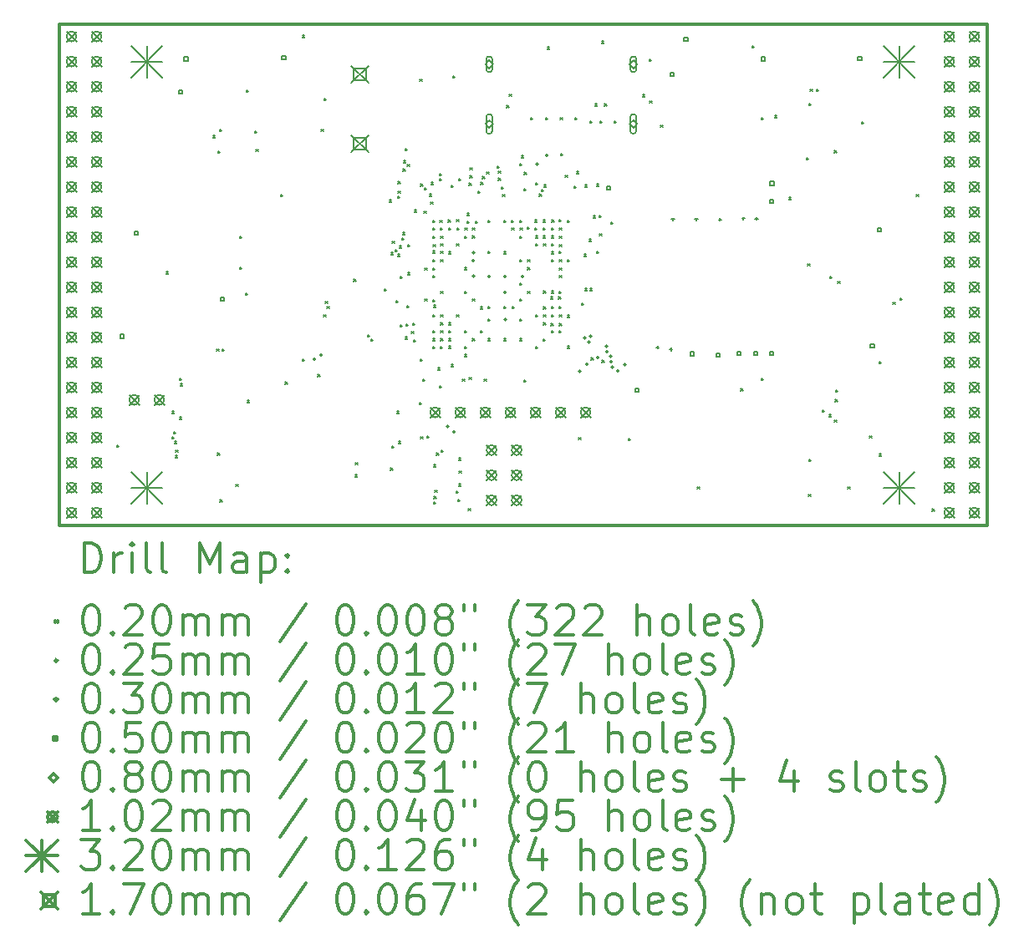
<source format=gbr>
%FSLAX45Y45*%
G04 Gerber Fmt 4.5, Leading zero omitted, Abs format (unit mm)*
G04 Created by KiCad (PCBNEW 4.0.7+dfsg1-1) date Tue Oct  3 19:54:03 2017*
%MOMM*%
%LPD*%
G01*
G04 APERTURE LIST*
%ADD10C,0.127000*%
%ADD11C,0.300000*%
%ADD12C,0.200000*%
G04 APERTURE END LIST*
D10*
D11*
X9410000Y-6142000D02*
X9410000Y-11222000D01*
X18808000Y-6142000D02*
X9410000Y-6142000D01*
X18808000Y-11222000D02*
X18808000Y-6142000D01*
X9410000Y-11222000D02*
X18808000Y-11222000D01*
D12*
X9998000Y-10410000D02*
X10018000Y-10430000D01*
X10018000Y-10410000D02*
X9998000Y-10430000D01*
X10493771Y-8653299D02*
X10513771Y-8673299D01*
X10513771Y-8653299D02*
X10493771Y-8673299D01*
X10555187Y-10325526D02*
X10575187Y-10345526D01*
X10575187Y-10325526D02*
X10555187Y-10345526D01*
X10557972Y-10068392D02*
X10577972Y-10088392D01*
X10577972Y-10068392D02*
X10557972Y-10088392D01*
X10570316Y-10275043D02*
X10590316Y-10295043D01*
X10590316Y-10275043D02*
X10570316Y-10295043D01*
X10580671Y-10371655D02*
X10600671Y-10391655D01*
X10600671Y-10371655D02*
X10580671Y-10391655D01*
X10587368Y-10514871D02*
X10607368Y-10534871D01*
X10607368Y-10514871D02*
X10587368Y-10534871D01*
X10592360Y-10459757D02*
X10612360Y-10479757D01*
X10612360Y-10459757D02*
X10592360Y-10479757D01*
X10630117Y-10127790D02*
X10650117Y-10147790D01*
X10650117Y-10127790D02*
X10630117Y-10147790D01*
X10631264Y-9735361D02*
X10651264Y-9755361D01*
X10651264Y-9735361D02*
X10631264Y-9755361D01*
X10638000Y-9787630D02*
X10658000Y-9807630D01*
X10658000Y-9787630D02*
X10638000Y-9807630D01*
X10972800Y-7273000D02*
X10992800Y-7293000D01*
X10992800Y-7273000D02*
X10972800Y-7293000D01*
X11009310Y-9438989D02*
X11029310Y-9458989D01*
X11029310Y-9438989D02*
X11009310Y-9458989D01*
X11018000Y-10490000D02*
X11038000Y-10510000D01*
X11038000Y-10490000D02*
X11018000Y-10510000D01*
X11021352Y-7428070D02*
X11041352Y-7448070D01*
X11041352Y-7428070D02*
X11021352Y-7448070D01*
X11038300Y-7211500D02*
X11058300Y-7231500D01*
X11058300Y-7211500D02*
X11038300Y-7231500D01*
X11042966Y-10966034D02*
X11062966Y-10986034D01*
X11062966Y-10966034D02*
X11042966Y-10986034D01*
X11061873Y-9435178D02*
X11081873Y-9455178D01*
X11081873Y-9435178D02*
X11061873Y-9455178D01*
X11203400Y-10805600D02*
X11223400Y-10825600D01*
X11223400Y-10805600D02*
X11203400Y-10825600D01*
X11241500Y-8291000D02*
X11261500Y-8311000D01*
X11261500Y-8291000D02*
X11241500Y-8311000D01*
X11241500Y-8608500D02*
X11261500Y-8628500D01*
X11261500Y-8608500D02*
X11241500Y-8628500D01*
X11298000Y-8870000D02*
X11318000Y-8890000D01*
X11318000Y-8870000D02*
X11298000Y-8890000D01*
X11311224Y-6814440D02*
X11331224Y-6834440D01*
X11331224Y-6814440D02*
X11311224Y-6834440D01*
X11317321Y-9958139D02*
X11337321Y-9978139D01*
X11337321Y-9958139D02*
X11317321Y-9978139D01*
X11393900Y-7224200D02*
X11413900Y-7244200D01*
X11413900Y-7224200D02*
X11393900Y-7244200D01*
X11406600Y-7414700D02*
X11426600Y-7434700D01*
X11426600Y-7414700D02*
X11406600Y-7434700D01*
X11655434Y-7867799D02*
X11675434Y-7887799D01*
X11675434Y-7867799D02*
X11655434Y-7887799D01*
X11702166Y-9771727D02*
X11722166Y-9791727D01*
X11722166Y-9771727D02*
X11702166Y-9791727D01*
X11874380Y-9539822D02*
X11894380Y-9559822D01*
X11894380Y-9539822D02*
X11874380Y-9559822D01*
X11875869Y-6255897D02*
X11895869Y-6275897D01*
X11895869Y-6255897D02*
X11875869Y-6275897D01*
X12033000Y-9695000D02*
X12053000Y-9715000D01*
X12053000Y-9695000D02*
X12033000Y-9715000D01*
X12067000Y-7211500D02*
X12087000Y-7231500D01*
X12087000Y-7211500D02*
X12067000Y-7231500D01*
X12093648Y-9090823D02*
X12113648Y-9110823D01*
X12113648Y-9090823D02*
X12093648Y-9110823D01*
X12098665Y-6897853D02*
X12118665Y-6917853D01*
X12118665Y-6897853D02*
X12098665Y-6917853D01*
X12110622Y-8956298D02*
X12130622Y-8976298D01*
X12130622Y-8956298D02*
X12110622Y-8976298D01*
X12126901Y-9006422D02*
X12146901Y-9026422D01*
X12146901Y-9006422D02*
X12126901Y-9026422D01*
X12398000Y-8730000D02*
X12418000Y-8750000D01*
X12418000Y-8730000D02*
X12398000Y-8750000D01*
X12398000Y-8730000D02*
X12418000Y-8750000D01*
X12418000Y-8730000D02*
X12398000Y-8750000D01*
X12410242Y-10710764D02*
X12430242Y-10730764D01*
X12430242Y-10710764D02*
X12410242Y-10730764D01*
X12415398Y-10588254D02*
X12435398Y-10608254D01*
X12435398Y-10588254D02*
X12415398Y-10608254D01*
X12538000Y-9290000D02*
X12558000Y-9310000D01*
X12558000Y-9290000D02*
X12538000Y-9310000D01*
X12572728Y-9335266D02*
X12592728Y-9355266D01*
X12592728Y-9335266D02*
X12572728Y-9355266D01*
X12704513Y-8827908D02*
X12724513Y-8847908D01*
X12724513Y-8827908D02*
X12704513Y-8847908D01*
X12754366Y-7925556D02*
X12774366Y-7945556D01*
X12774366Y-7925556D02*
X12754366Y-7945556D01*
X12770195Y-10643773D02*
X12790195Y-10663773D01*
X12790195Y-10643773D02*
X12770195Y-10663773D01*
X12772416Y-8458897D02*
X12792416Y-8478897D01*
X12792416Y-8458897D02*
X12772416Y-8478897D01*
X12783547Y-10416126D02*
X12803547Y-10436126D01*
X12803547Y-10416126D02*
X12783547Y-10436126D01*
X12786626Y-8342795D02*
X12806626Y-8362795D01*
X12806626Y-8342795D02*
X12786626Y-8362795D01*
X12815628Y-8428729D02*
X12835628Y-8448729D01*
X12835628Y-8428729D02*
X12815628Y-8448729D01*
X12822131Y-8943995D02*
X12842131Y-8963995D01*
X12842131Y-8943995D02*
X12822131Y-8963995D01*
X12834133Y-10065831D02*
X12854133Y-10085831D01*
X12854133Y-10065831D02*
X12834133Y-10085831D01*
X12838971Y-8476738D02*
X12858971Y-8496738D01*
X12858971Y-8476738D02*
X12838971Y-8496738D01*
X12841590Y-7889418D02*
X12861590Y-7909418D01*
X12861590Y-7889418D02*
X12841590Y-7909418D01*
X12844557Y-7737658D02*
X12864557Y-7757658D01*
X12864557Y-7737658D02*
X12844557Y-7757658D01*
X12846973Y-7836992D02*
X12866973Y-7856992D01*
X12866973Y-7836992D02*
X12846973Y-7856992D01*
X12850280Y-10373153D02*
X12870280Y-10393153D01*
X12870280Y-10373153D02*
X12850280Y-10393153D01*
X12856960Y-8392024D02*
X12876960Y-8412024D01*
X12876960Y-8392024D02*
X12856960Y-8412024D01*
X12866509Y-9190430D02*
X12886509Y-9210430D01*
X12886509Y-9190430D02*
X12866509Y-9210430D01*
X12867665Y-8701088D02*
X12887665Y-8721088D01*
X12887665Y-8701088D02*
X12867665Y-8721088D01*
X12884885Y-8308326D02*
X12904885Y-8328326D01*
X12904885Y-8308326D02*
X12884885Y-8328326D01*
X12891675Y-8256064D02*
X12911675Y-8276064D01*
X12911675Y-8256064D02*
X12891675Y-8276064D01*
X12896163Y-7612957D02*
X12916163Y-7632957D01*
X12916163Y-7612957D02*
X12896163Y-7632957D01*
X12902225Y-7526361D02*
X12922225Y-7546361D01*
X12922225Y-7526361D02*
X12902225Y-7546361D01*
X12915222Y-7404246D02*
X12935222Y-7424246D01*
X12935222Y-7404246D02*
X12915222Y-7424246D01*
X12915467Y-9314463D02*
X12935467Y-9334463D01*
X12935467Y-9314463D02*
X12915467Y-9334463D01*
X12923676Y-9183899D02*
X12943676Y-9203899D01*
X12943676Y-9183899D02*
X12923676Y-9203899D01*
X12935918Y-8993919D02*
X12955918Y-9013919D01*
X12955918Y-8993919D02*
X12935918Y-9013919D01*
X12939334Y-7563781D02*
X12959334Y-7583781D01*
X12959334Y-7563781D02*
X12939334Y-7583781D01*
X12941393Y-8376098D02*
X12961393Y-8396098D01*
X12961393Y-8376098D02*
X12941393Y-8396098D01*
X12944260Y-8660352D02*
X12964260Y-8680352D01*
X12964260Y-8660352D02*
X12944260Y-8680352D01*
X12980206Y-9257825D02*
X13000206Y-9277825D01*
X13000206Y-9257825D02*
X12980206Y-9277825D01*
X12992293Y-9173424D02*
X13012293Y-9193424D01*
X13012293Y-9173424D02*
X12992293Y-9193424D01*
X13004130Y-9342914D02*
X13024130Y-9362914D01*
X13024130Y-9342914D02*
X13004130Y-9362914D01*
X13009682Y-8027773D02*
X13029682Y-8047773D01*
X13029682Y-8027773D02*
X13009682Y-8047773D01*
X13061453Y-9980100D02*
X13081453Y-10000100D01*
X13081453Y-9980100D02*
X13061453Y-10000100D01*
X13066199Y-6701962D02*
X13086199Y-6721962D01*
X13086199Y-6701962D02*
X13066199Y-6721962D01*
X13070707Y-9535414D02*
X13090707Y-9555414D01*
X13090707Y-9535414D02*
X13070707Y-9555414D01*
X13073949Y-10325498D02*
X13093949Y-10345498D01*
X13093949Y-10325498D02*
X13073949Y-10345498D01*
X13075683Y-7764262D02*
X13095683Y-7784262D01*
X13095683Y-7764262D02*
X13075683Y-7784262D01*
X13093936Y-9738729D02*
X13113936Y-9758729D01*
X13113936Y-9738729D02*
X13093936Y-9758729D01*
X13108000Y-8040000D02*
X13128000Y-8060000D01*
X13128000Y-8040000D02*
X13108000Y-8060000D01*
X13113091Y-7801384D02*
X13133091Y-7821384D01*
X13133091Y-7801384D02*
X13113091Y-7821384D01*
X13115453Y-8615136D02*
X13135453Y-8635136D01*
X13135453Y-8615136D02*
X13115453Y-8635136D01*
X13118000Y-8930000D02*
X13138000Y-8950000D01*
X13138000Y-8930000D02*
X13118000Y-8950000D01*
X13135385Y-10319621D02*
X13155385Y-10339621D01*
X13155385Y-10319621D02*
X13135385Y-10339621D01*
X13160933Y-7864587D02*
X13180933Y-7884587D01*
X13180933Y-7864587D02*
X13160933Y-7884587D01*
X13174731Y-7948989D02*
X13194731Y-7968989D01*
X13194731Y-7948989D02*
X13174731Y-7968989D01*
X13182329Y-7748485D02*
X13202329Y-7768485D01*
X13202329Y-7748485D02*
X13182329Y-7768485D01*
X13197765Y-9087799D02*
X13217765Y-9107799D01*
X13217765Y-9087799D02*
X13197765Y-9107799D01*
X13197789Y-8617215D02*
X13217789Y-8637215D01*
X13217789Y-8617215D02*
X13197789Y-8637215D01*
X13197962Y-8532814D02*
X13217962Y-8552814D01*
X13217962Y-8532814D02*
X13197962Y-8552814D01*
X13198000Y-8440334D02*
X13218000Y-8460334D01*
X13218000Y-8440334D02*
X13198000Y-8460334D01*
X13198000Y-8130000D02*
X13218000Y-8150000D01*
X13218000Y-8130000D02*
X13198000Y-8150000D01*
X13198000Y-8207799D02*
X13218000Y-8227799D01*
X13218000Y-8207799D02*
X13198000Y-8227799D01*
X13198000Y-8690000D02*
X13218000Y-8710000D01*
X13218000Y-8690000D02*
X13198000Y-8710000D01*
X13198000Y-8934402D02*
X13218000Y-8954402D01*
X13218000Y-8934402D02*
X13198000Y-8954402D01*
X13198000Y-9250000D02*
X13218000Y-9270000D01*
X13218000Y-9250000D02*
X13198000Y-9270000D01*
X13198000Y-9330000D02*
X13218000Y-9350000D01*
X13218000Y-9330000D02*
X13198000Y-9350000D01*
X13198000Y-9410000D02*
X13218000Y-9430000D01*
X13218000Y-9410000D02*
X13198000Y-9430000D01*
X13198482Y-8292201D02*
X13218482Y-8312201D01*
X13218482Y-8292201D02*
X13198482Y-8312201D01*
X13201744Y-8376602D02*
X13221744Y-8396602D01*
X13221744Y-8376602D02*
X13201744Y-8396602D01*
X13204611Y-10984026D02*
X13224611Y-11004026D01*
X13224611Y-10984026D02*
X13204611Y-11004026D01*
X13205608Y-8993095D02*
X13225608Y-9013095D01*
X13225608Y-8993095D02*
X13205608Y-9013095D01*
X13206286Y-10608587D02*
X13226286Y-10628587D01*
X13226286Y-10608587D02*
X13206286Y-10628587D01*
X13208900Y-10931500D02*
X13228900Y-10951500D01*
X13228900Y-10931500D02*
X13208900Y-10951500D01*
X13218000Y-10870000D02*
X13238000Y-10890000D01*
X13238000Y-10870000D02*
X13218000Y-10890000D01*
X13234844Y-10489450D02*
X13254844Y-10509450D01*
X13254844Y-10489450D02*
X13234844Y-10509450D01*
X13247282Y-9628386D02*
X13267282Y-9648386D01*
X13267282Y-9628386D02*
X13247282Y-9648386D01*
X13263724Y-7657621D02*
X13283724Y-7677621D01*
X13283724Y-7657621D02*
X13263724Y-7677621D01*
X13265267Y-9807892D02*
X13285267Y-9827892D01*
X13285267Y-9807892D02*
X13265267Y-9827892D01*
X13266117Y-7710267D02*
X13286117Y-7730267D01*
X13286117Y-7710267D02*
X13266117Y-7730267D01*
X13268333Y-8129999D02*
X13288333Y-8149999D01*
X13288333Y-8129999D02*
X13268333Y-8149999D01*
X13271035Y-8207799D02*
X13291035Y-8227799D01*
X13291035Y-8207799D02*
X13271035Y-8227799D01*
X13274623Y-9409707D02*
X13294623Y-9429707D01*
X13294623Y-9409707D02*
X13274623Y-9429707D01*
X13277580Y-8532814D02*
X13297580Y-8552814D01*
X13297580Y-8532814D02*
X13277580Y-8552814D01*
X13278000Y-8292201D02*
X13298000Y-8312201D01*
X13298000Y-8292201D02*
X13278000Y-8312201D01*
X13278000Y-8850000D02*
X13298000Y-8870000D01*
X13298000Y-8850000D02*
X13278000Y-8870000D01*
X13278000Y-9090000D02*
X13298000Y-9110000D01*
X13298000Y-9090000D02*
X13278000Y-9110000D01*
X13278000Y-9170000D02*
X13298000Y-9190000D01*
X13298000Y-9170000D02*
X13278000Y-9190000D01*
X13278000Y-9250000D02*
X13298000Y-9270000D01*
X13298000Y-9250000D02*
X13278000Y-9270000D01*
X13278000Y-9330000D02*
X13298000Y-9350000D01*
X13298000Y-9330000D02*
X13278000Y-9350000D01*
X13278042Y-8446122D02*
X13298042Y-8466122D01*
X13298042Y-8446122D02*
X13278042Y-8466122D01*
X13278650Y-8367799D02*
X13298650Y-8387799D01*
X13298650Y-8367799D02*
X13278650Y-8387799D01*
X13283696Y-10459892D02*
X13303696Y-10479892D01*
X13303696Y-10459892D02*
X13283696Y-10479892D01*
X13352734Y-8129641D02*
X13372734Y-8149641D01*
X13372734Y-8129641D02*
X13352734Y-8149641D01*
X13355436Y-8207799D02*
X13375436Y-8227799D01*
X13375436Y-8207799D02*
X13355436Y-8227799D01*
X13357194Y-8449520D02*
X13377194Y-8469520D01*
X13377194Y-8449520D02*
X13357194Y-8469520D01*
X13358000Y-9170000D02*
X13378000Y-9190000D01*
X13378000Y-9170000D02*
X13358000Y-9190000D01*
X13358000Y-9250000D02*
X13378000Y-9270000D01*
X13378000Y-9250000D02*
X13358000Y-9270000D01*
X13358567Y-9330248D02*
X13378567Y-9350248D01*
X13378567Y-9330248D02*
X13358567Y-9350248D01*
X13359024Y-9408016D02*
X13379024Y-9428016D01*
X13379024Y-9408016D02*
X13359024Y-9428016D01*
X13381998Y-9593873D02*
X13401998Y-9613873D01*
X13401998Y-9593873D02*
X13381998Y-9613873D01*
X13382219Y-7775484D02*
X13402219Y-7795484D01*
X13402219Y-7775484D02*
X13382219Y-7795484D01*
X13397916Y-6668615D02*
X13417916Y-6688615D01*
X13417916Y-6668615D02*
X13397916Y-6688615D01*
X13436400Y-10874197D02*
X13456400Y-10894197D01*
X13456400Y-10874197D02*
X13436400Y-10894197D01*
X13437135Y-8124791D02*
X13457135Y-8144791D01*
X13457135Y-8124791D02*
X13437135Y-8144791D01*
X13438000Y-8370000D02*
X13458000Y-8390000D01*
X13458000Y-8370000D02*
X13438000Y-8390000D01*
X13438000Y-9090000D02*
X13458000Y-9110000D01*
X13458000Y-9090000D02*
X13438000Y-9110000D01*
X13440141Y-8207758D02*
X13460141Y-8227758D01*
X13460141Y-8207758D02*
X13440141Y-8227758D01*
X13453687Y-10961995D02*
X13473687Y-10981995D01*
X13473687Y-10961995D02*
X13453687Y-10981995D01*
X13457587Y-10803159D02*
X13477587Y-10823159D01*
X13477587Y-10803159D02*
X13457587Y-10823159D01*
X13460201Y-7710000D02*
X13480201Y-7730000D01*
X13480201Y-7710000D02*
X13460201Y-7730000D01*
X13460735Y-10540845D02*
X13480735Y-10560845D01*
X13480735Y-10540845D02*
X13460735Y-10560845D01*
X13465065Y-10671051D02*
X13485065Y-10691051D01*
X13485065Y-10671051D02*
X13465065Y-10691051D01*
X13498546Y-9743179D02*
X13518546Y-9763179D01*
X13518546Y-9743179D02*
X13498546Y-9763179D01*
X13517331Y-8851860D02*
X13537331Y-8871860D01*
X13537331Y-8851860D02*
X13517331Y-8871860D01*
X13518000Y-8292201D02*
X13538000Y-8312201D01*
X13538000Y-8292201D02*
X13518000Y-8312201D01*
X13518000Y-8610000D02*
X13538000Y-8630000D01*
X13538000Y-8610000D02*
X13518000Y-8630000D01*
X13518000Y-9250000D02*
X13538000Y-9270000D01*
X13538000Y-9250000D02*
X13518000Y-9270000D01*
X13518000Y-9410000D02*
X13538000Y-9430000D01*
X13538000Y-9410000D02*
X13518000Y-9430000D01*
X13518000Y-9490000D02*
X13538000Y-9510000D01*
X13538000Y-9490000D02*
X13518000Y-9510000D01*
X13524542Y-8207681D02*
X13544542Y-8227681D01*
X13544542Y-8207681D02*
X13524542Y-8227681D01*
X13546744Y-8060230D02*
X13566744Y-8080230D01*
X13566744Y-8060230D02*
X13546744Y-8080230D01*
X13546744Y-8138922D02*
X13566744Y-8158922D01*
X13566744Y-8138922D02*
X13546744Y-8158922D01*
X13555656Y-11051071D02*
X13575656Y-11071071D01*
X13575656Y-11051071D02*
X13555656Y-11071071D01*
X13566755Y-7754855D02*
X13586755Y-7774855D01*
X13586755Y-7754855D02*
X13566755Y-7774855D01*
X13567000Y-9723813D02*
X13587000Y-9743813D01*
X13587000Y-9723813D02*
X13567000Y-9743813D01*
X13573069Y-7599451D02*
X13593069Y-7619451D01*
X13593069Y-7599451D02*
X13573069Y-7619451D01*
X13573070Y-7680538D02*
X13593070Y-7700538D01*
X13593070Y-7680538D02*
X13573070Y-7700538D01*
X13598000Y-8210000D02*
X13618000Y-8230000D01*
X13618000Y-8210000D02*
X13598000Y-8230000D01*
X13598000Y-8290000D02*
X13618000Y-8310000D01*
X13618000Y-8290000D02*
X13598000Y-8310000D01*
X13598000Y-9330000D02*
X13618000Y-9350000D01*
X13618000Y-9330000D02*
X13598000Y-9350000D01*
X13598517Y-8929483D02*
X13618517Y-8949483D01*
X13618517Y-8929483D02*
X13598517Y-8949483D01*
X13631144Y-8139731D02*
X13651144Y-8159731D01*
X13651144Y-8139731D02*
X13631144Y-8159731D01*
X13653412Y-7835167D02*
X13673412Y-7855167D01*
X13673412Y-7835167D02*
X13653412Y-7855167D01*
X13678000Y-9250000D02*
X13698000Y-9270000D01*
X13698000Y-9250000D02*
X13678000Y-9270000D01*
X13678517Y-9009483D02*
X13698517Y-9029483D01*
X13698517Y-9009483D02*
X13678517Y-9029483D01*
X13682857Y-7746298D02*
X13702857Y-7766298D01*
X13702857Y-7746298D02*
X13682857Y-7766298D01*
X13701602Y-7687474D02*
X13721602Y-7707474D01*
X13721602Y-7687474D02*
X13701602Y-7707474D01*
X13718870Y-9743874D02*
X13738870Y-9763874D01*
X13738870Y-9743874D02*
X13718870Y-9763874D01*
X13743803Y-7641053D02*
X13763803Y-7661053D01*
X13763803Y-7641053D02*
X13743803Y-7661053D01*
X13756589Y-9130245D02*
X13776589Y-9150245D01*
X13776589Y-9130245D02*
X13756589Y-9150245D01*
X13758000Y-8130000D02*
X13778000Y-8150000D01*
X13778000Y-8130000D02*
X13758000Y-8150000D01*
X13758000Y-9007299D02*
X13778000Y-9027299D01*
X13778000Y-9007299D02*
X13758000Y-9027299D01*
X13758000Y-9330000D02*
X13778000Y-9350000D01*
X13778000Y-9330000D02*
X13758000Y-9350000D01*
X13758056Y-8443409D02*
X13778056Y-8463409D01*
X13778056Y-8443409D02*
X13758056Y-8463409D01*
X13849384Y-7581016D02*
X13869384Y-7601016D01*
X13869384Y-7581016D02*
X13849384Y-7601016D01*
X13861610Y-7632585D02*
X13881610Y-7652585D01*
X13881610Y-7632585D02*
X13861610Y-7652585D01*
X13862361Y-7706570D02*
X13882361Y-7726570D01*
X13882361Y-7706570D02*
X13862361Y-7726570D01*
X13894062Y-7793672D02*
X13914062Y-7813672D01*
X13914062Y-7793672D02*
X13894062Y-7813672D01*
X13904536Y-7870917D02*
X13924536Y-7890917D01*
X13924536Y-7870917D02*
X13904536Y-7890917D01*
X13917252Y-8451135D02*
X13937252Y-8471135D01*
X13937252Y-8451135D02*
X13917252Y-8471135D01*
X13918000Y-8130000D02*
X13938000Y-8150000D01*
X13938000Y-8130000D02*
X13918000Y-8150000D01*
X13918000Y-9002299D02*
X13938000Y-9022299D01*
X13938000Y-9002299D02*
X13918000Y-9022299D01*
X13918000Y-9330000D02*
X13938000Y-9350000D01*
X13938000Y-9330000D02*
X13918000Y-9350000D01*
X13947561Y-6969286D02*
X13967561Y-6989286D01*
X13967561Y-6969286D02*
X13947561Y-6989286D01*
X13972000Y-6856567D02*
X13992000Y-6876567D01*
X13992000Y-6856567D02*
X13972000Y-6876567D01*
X13993599Y-8130000D02*
X14013599Y-8150000D01*
X14013599Y-8130000D02*
X13993599Y-8150000D01*
X13998000Y-8210000D02*
X14018000Y-8230000D01*
X14018000Y-8210000D02*
X13998000Y-8230000D01*
X13999489Y-9002299D02*
X14019489Y-9022299D01*
X14019489Y-9002299D02*
X13999489Y-9022299D01*
X14076403Y-8294140D02*
X14096403Y-8314140D01*
X14096403Y-8294140D02*
X14076403Y-8314140D01*
X14077419Y-9133335D02*
X14097419Y-9153335D01*
X14097419Y-9133335D02*
X14077419Y-9153335D01*
X14078000Y-8130000D02*
X14098000Y-8150000D01*
X14098000Y-8130000D02*
X14078000Y-8150000D01*
X14078000Y-8530000D02*
X14098000Y-8550000D01*
X14098000Y-8530000D02*
X14078000Y-8550000D01*
X14078000Y-8770000D02*
X14098000Y-8790000D01*
X14098000Y-8770000D02*
X14078000Y-8790000D01*
X14078000Y-8930000D02*
X14098000Y-8950000D01*
X14098000Y-8930000D02*
X14078000Y-8950000D01*
X14078000Y-9330000D02*
X14098000Y-9350000D01*
X14098000Y-9330000D02*
X14078000Y-9350000D01*
X14079021Y-7558194D02*
X14099021Y-7578194D01*
X14099021Y-7558194D02*
X14079021Y-7578194D01*
X14082401Y-8207928D02*
X14102401Y-8227928D01*
X14102401Y-8207928D02*
X14082401Y-8227928D01*
X14094664Y-7477380D02*
X14114664Y-7497380D01*
X14114664Y-7477380D02*
X14094664Y-7497380D01*
X14118000Y-9750000D02*
X14138000Y-9770000D01*
X14138000Y-9750000D02*
X14118000Y-9770000D01*
X14121898Y-7809926D02*
X14141898Y-7829926D01*
X14141898Y-7809926D02*
X14121898Y-7829926D01*
X14124297Y-7645500D02*
X14144297Y-7665500D01*
X14144297Y-7645500D02*
X14124297Y-7665500D01*
X14155799Y-8203034D02*
X14175799Y-8223034D01*
X14175799Y-8203034D02*
X14155799Y-8223034D01*
X14158000Y-8530000D02*
X14178000Y-8550000D01*
X14178000Y-8530000D02*
X14158000Y-8550000D01*
X14158000Y-8610000D02*
X14178000Y-8630000D01*
X14178000Y-8610000D02*
X14158000Y-8630000D01*
X14158000Y-8850000D02*
X14178000Y-8870000D01*
X14178000Y-8850000D02*
X14158000Y-8870000D01*
X14190056Y-7090851D02*
X14210056Y-7110851D01*
X14210056Y-7090851D02*
X14190056Y-7110851D01*
X14229642Y-8209139D02*
X14249642Y-8229139D01*
X14249642Y-8209139D02*
X14229642Y-8229139D01*
X14231398Y-8128224D02*
X14251398Y-8148224D01*
X14251398Y-8128224D02*
X14231398Y-8148224D01*
X14237355Y-8289891D02*
X14257355Y-8309891D01*
X14257355Y-8289891D02*
X14237355Y-8309891D01*
X14238000Y-7750000D02*
X14258000Y-7770000D01*
X14258000Y-7750000D02*
X14238000Y-7770000D01*
X14238000Y-8370000D02*
X14258000Y-8390000D01*
X14258000Y-8370000D02*
X14238000Y-8390000D01*
X14238000Y-9090000D02*
X14258000Y-9110000D01*
X14258000Y-9090000D02*
X14238000Y-9110000D01*
X14238000Y-9410000D02*
X14258000Y-9430000D01*
X14258000Y-9410000D02*
X14238000Y-9430000D01*
X14275162Y-7865975D02*
X14295162Y-7885975D01*
X14295162Y-7865975D02*
X14275162Y-7885975D01*
X14300511Y-7819522D02*
X14320511Y-7839522D01*
X14320511Y-7819522D02*
X14300511Y-7839522D01*
X14315799Y-8127963D02*
X14335799Y-8147963D01*
X14335799Y-8127963D02*
X14315799Y-8147963D01*
X14315799Y-8210715D02*
X14335799Y-8230715D01*
X14335799Y-8210715D02*
X14315799Y-8230715D01*
X14315799Y-8290000D02*
X14335799Y-8310000D01*
X14335799Y-8290000D02*
X14315799Y-8310000D01*
X14315801Y-9332315D02*
X14335801Y-9352315D01*
X14335801Y-9332315D02*
X14315801Y-9352315D01*
X14317803Y-8849503D02*
X14337803Y-8869503D01*
X14337803Y-8849503D02*
X14317803Y-8869503D01*
X14318000Y-8370000D02*
X14338000Y-8390000D01*
X14338000Y-8370000D02*
X14318000Y-8390000D01*
X14318000Y-9090000D02*
X14338000Y-9110000D01*
X14338000Y-9090000D02*
X14318000Y-9110000D01*
X14318000Y-9170000D02*
X14338000Y-9190000D01*
X14338000Y-9170000D02*
X14318000Y-9190000D01*
X14318182Y-9010195D02*
X14338182Y-9030195D01*
X14338182Y-9010195D02*
X14318182Y-9030195D01*
X14323180Y-7771946D02*
X14343180Y-7791946D01*
X14343180Y-7771946D02*
X14323180Y-7791946D01*
X14338035Y-7091653D02*
X14358035Y-7111653D01*
X14358035Y-7091653D02*
X14338035Y-7111653D01*
X14355067Y-6376252D02*
X14375067Y-6396252D01*
X14375067Y-6376252D02*
X14355067Y-6396252D01*
X14388995Y-8907799D02*
X14408995Y-8927799D01*
X14408995Y-8907799D02*
X14388995Y-8927799D01*
X14396483Y-9177765D02*
X14416483Y-9197765D01*
X14416483Y-9177765D02*
X14396483Y-9197765D01*
X14398000Y-9090000D02*
X14418000Y-9110000D01*
X14418000Y-9090000D02*
X14398000Y-9110000D01*
X14398242Y-9003286D02*
X14418242Y-9023286D01*
X14418242Y-9003286D02*
X14398242Y-9023286D01*
X14398283Y-8848451D02*
X14418283Y-8868451D01*
X14418283Y-8848451D02*
X14398283Y-8868451D01*
X14400201Y-8208560D02*
X14420201Y-8228560D01*
X14420201Y-8208560D02*
X14400201Y-8228560D01*
X14400201Y-8290000D02*
X14420201Y-8310000D01*
X14420201Y-8290000D02*
X14400201Y-8310000D01*
X14400201Y-8370000D02*
X14420201Y-8390000D01*
X14420201Y-8370000D02*
X14400201Y-8390000D01*
X14400201Y-8450000D02*
X14420201Y-8470000D01*
X14420201Y-8450000D02*
X14400201Y-8470000D01*
X14400201Y-8529722D02*
X14420201Y-8549722D01*
X14420201Y-8529722D02*
X14400201Y-8549722D01*
X14400201Y-9250000D02*
X14420201Y-9270000D01*
X14420201Y-9250000D02*
X14400201Y-9270000D01*
X14404602Y-8127478D02*
X14424602Y-8147478D01*
X14424602Y-8127478D02*
X14404602Y-8147478D01*
X14471061Y-8907799D02*
X14491061Y-8927799D01*
X14491061Y-8907799D02*
X14471061Y-8927799D01*
X14476639Y-8123398D02*
X14496639Y-8143398D01*
X14496639Y-8123398D02*
X14476639Y-8143398D01*
X14476724Y-9006446D02*
X14496724Y-9026446D01*
X14496724Y-9006446D02*
X14476724Y-9026446D01*
X14477765Y-8852201D02*
X14497765Y-8872201D01*
X14497765Y-8852201D02*
X14477765Y-8872201D01*
X14477769Y-8443293D02*
X14497769Y-8463293D01*
X14497769Y-8443293D02*
X14477769Y-8463293D01*
X14478235Y-9247799D02*
X14498235Y-9267799D01*
X14498235Y-9247799D02*
X14478235Y-9267799D01*
X14478509Y-8207799D02*
X14498509Y-8227799D01*
X14498509Y-8207799D02*
X14478509Y-8227799D01*
X14478654Y-8528519D02*
X14498654Y-8548519D01*
X14498654Y-8528519D02*
X14478654Y-8548519D01*
X14478856Y-8689382D02*
X14498856Y-8709382D01*
X14498856Y-8689382D02*
X14478856Y-8709382D01*
X14479038Y-8376602D02*
X14499038Y-8396602D01*
X14499038Y-8376602D02*
X14479038Y-8396602D01*
X14479163Y-9090847D02*
X14499163Y-9110847D01*
X14499163Y-9090847D02*
X14479163Y-9110847D01*
X14479410Y-8292201D02*
X14499410Y-8312201D01*
X14499410Y-8292201D02*
X14479410Y-8312201D01*
X14479577Y-9177444D02*
X14499577Y-9197444D01*
X14499577Y-9177444D02*
X14479577Y-9197444D01*
X14480128Y-8616874D02*
X14500128Y-8636874D01*
X14500128Y-8616874D02*
X14480128Y-8636874D01*
X14487842Y-7092405D02*
X14507842Y-7112405D01*
X14507842Y-7092405D02*
X14487842Y-7112405D01*
X14491706Y-7455585D02*
X14511706Y-7475585D01*
X14511706Y-7455585D02*
X14491706Y-7475585D01*
X14539401Y-7673483D02*
X14559401Y-7693483D01*
X14559401Y-7673483D02*
X14539401Y-7693483D01*
X14558000Y-8130000D02*
X14578000Y-8150000D01*
X14578000Y-8130000D02*
X14558000Y-8150000D01*
X14558000Y-8532201D02*
X14578000Y-8552201D01*
X14578000Y-8532201D02*
X14558000Y-8552201D01*
X14558000Y-9407799D02*
X14578000Y-9427799D01*
X14578000Y-9407799D02*
X14558000Y-9427799D01*
X14561303Y-9092201D02*
X14581303Y-9112201D01*
X14581303Y-9092201D02*
X14561303Y-9112201D01*
X14628717Y-7783934D02*
X14648717Y-7803934D01*
X14648717Y-7783934D02*
X14628717Y-7803934D01*
X14636897Y-7089394D02*
X14656897Y-7109394D01*
X14656897Y-7089394D02*
X14636897Y-7109394D01*
X14652765Y-7636130D02*
X14672765Y-7656130D01*
X14672765Y-7636130D02*
X14652765Y-7656130D01*
X14674429Y-10335274D02*
X14694429Y-10355274D01*
X14694429Y-10335274D02*
X14674429Y-10355274D01*
X14702593Y-8970288D02*
X14722593Y-8990288D01*
X14722593Y-8970288D02*
X14702593Y-8990288D01*
X14732247Y-8475859D02*
X14752247Y-8495859D01*
X14752247Y-8475859D02*
X14732247Y-8495859D01*
X14737067Y-8822484D02*
X14757067Y-8842484D01*
X14757067Y-8822484D02*
X14737067Y-8842484D01*
X14738000Y-7772201D02*
X14758000Y-7792201D01*
X14758000Y-7772201D02*
X14738000Y-7792201D01*
X14779417Y-8323581D02*
X14799417Y-8343581D01*
X14799417Y-8323581D02*
X14779417Y-8343581D01*
X14788736Y-7127779D02*
X14808736Y-7147779D01*
X14808736Y-7127779D02*
X14788736Y-7147779D01*
X14789768Y-8822484D02*
X14809768Y-8842484D01*
X14809768Y-8822484D02*
X14789768Y-8842484D01*
X14800281Y-9523902D02*
X14820281Y-9543902D01*
X14820281Y-9523902D02*
X14800281Y-9543902D01*
X14823777Y-8087578D02*
X14843777Y-8107578D01*
X14843777Y-8087578D02*
X14823777Y-8107578D01*
X14837783Y-6951968D02*
X14857783Y-6971968D01*
X14857783Y-6951968D02*
X14837783Y-6971968D01*
X14853988Y-7762935D02*
X14873988Y-7782935D01*
X14873988Y-7762935D02*
X14853988Y-7782935D01*
X14856880Y-8445039D02*
X14876880Y-8465039D01*
X14876880Y-8445039D02*
X14856880Y-8465039D01*
X14883585Y-8079901D02*
X14903585Y-8099901D01*
X14903585Y-8079901D02*
X14883585Y-8099901D01*
X14887565Y-8265534D02*
X14907565Y-8285534D01*
X14907565Y-8265534D02*
X14887565Y-8285534D01*
X14889119Y-7127779D02*
X14909119Y-7147779D01*
X14909119Y-7127779D02*
X14889119Y-7147779D01*
X14908375Y-6315711D02*
X14928375Y-6335711D01*
X14928375Y-6315711D02*
X14908375Y-6335711D01*
X14910771Y-9550529D02*
X14930771Y-9570529D01*
X14930771Y-9550529D02*
X14910771Y-9570529D01*
X14937595Y-6951968D02*
X14957595Y-6971968D01*
X14957595Y-6951968D02*
X14937595Y-6971968D01*
X14998000Y-8150000D02*
X15018000Y-8170000D01*
X15018000Y-8150000D02*
X14998000Y-8170000D01*
X15035722Y-7127779D02*
X15055722Y-7147779D01*
X15055722Y-7127779D02*
X15035722Y-7147779D01*
X15179638Y-10341072D02*
X15199638Y-10361072D01*
X15199638Y-10341072D02*
X15179638Y-10361072D01*
X15322234Y-6857342D02*
X15342234Y-6877342D01*
X15342234Y-6857342D02*
X15322234Y-6877342D01*
X15388420Y-6497712D02*
X15408420Y-6517712D01*
X15408420Y-6497712D02*
X15388420Y-6517712D01*
X15394400Y-6919400D02*
X15414400Y-6939400D01*
X15414400Y-6919400D02*
X15394400Y-6939400D01*
X15504936Y-7166453D02*
X15524936Y-7186453D01*
X15524936Y-7166453D02*
X15504936Y-7186453D01*
X15877000Y-10831000D02*
X15897000Y-10851000D01*
X15897000Y-10831000D02*
X15877000Y-10851000D01*
X16317742Y-9840172D02*
X16337742Y-9860172D01*
X16337742Y-9840172D02*
X16317742Y-9860172D01*
X16433388Y-6363745D02*
X16453388Y-6383745D01*
X16453388Y-6363745D02*
X16433388Y-6383745D01*
X16522697Y-7092660D02*
X16542697Y-7112660D01*
X16542697Y-7092660D02*
X16522697Y-7112660D01*
X16524921Y-9732292D02*
X16544921Y-9752292D01*
X16544921Y-9732292D02*
X16524921Y-9752292D01*
X16657891Y-7070355D02*
X16677891Y-7090355D01*
X16677891Y-7070355D02*
X16657891Y-7090355D01*
X16806644Y-7900804D02*
X16826644Y-7920804D01*
X16826644Y-7900804D02*
X16806644Y-7920804D01*
X16979535Y-7499299D02*
X16999535Y-7519299D01*
X16999535Y-7499299D02*
X16979535Y-7519299D01*
X16994600Y-8570400D02*
X17014600Y-8590400D01*
X17014600Y-8570400D02*
X16994600Y-8590400D01*
X17002604Y-10911247D02*
X17022604Y-10931247D01*
X17022604Y-10911247D02*
X17002604Y-10931247D01*
X17005773Y-10556635D02*
X17025773Y-10576635D01*
X17025773Y-10556635D02*
X17005773Y-10576635D01*
X17008296Y-6947101D02*
X17028296Y-6967101D01*
X17028296Y-6947101D02*
X17008296Y-6967101D01*
X17020000Y-6805100D02*
X17040000Y-6825100D01*
X17040000Y-6805100D02*
X17020000Y-6825100D01*
X17085000Y-6802556D02*
X17105000Y-6822556D01*
X17105000Y-6802556D02*
X17085000Y-6822556D01*
X17144030Y-10054574D02*
X17164030Y-10074574D01*
X17164030Y-10054574D02*
X17144030Y-10074574D01*
X17209336Y-10100566D02*
X17229336Y-10120566D01*
X17229336Y-10100566D02*
X17209336Y-10120566D01*
X17218956Y-8702405D02*
X17238956Y-8722405D01*
X17238956Y-8702405D02*
X17218956Y-8722405D01*
X17264664Y-7424799D02*
X17284664Y-7444799D01*
X17284664Y-7424799D02*
X17264664Y-7444799D01*
X17266127Y-10155168D02*
X17286127Y-10175168D01*
X17286127Y-10155168D02*
X17266127Y-10175168D01*
X17273463Y-9949992D02*
X17293463Y-9969992D01*
X17293463Y-9949992D02*
X17273463Y-9969992D01*
X17277992Y-9851865D02*
X17297992Y-9871865D01*
X17297992Y-9851865D02*
X17277992Y-9871865D01*
X17299400Y-8748200D02*
X17319400Y-8768200D01*
X17319400Y-8748200D02*
X17299400Y-8768200D01*
X17401000Y-10831000D02*
X17421000Y-10851000D01*
X17421000Y-10831000D02*
X17401000Y-10851000D01*
X17539563Y-7135743D02*
X17559563Y-7155743D01*
X17559563Y-7135743D02*
X17539563Y-7155743D01*
X17620559Y-10317981D02*
X17640559Y-10337981D01*
X17640559Y-10317981D02*
X17620559Y-10337981D01*
X17717400Y-10497912D02*
X17737400Y-10517912D01*
X17737400Y-10497912D02*
X17717400Y-10517912D01*
X17718500Y-9561000D02*
X17738500Y-9581000D01*
X17738500Y-9561000D02*
X17718500Y-9581000D01*
X17856591Y-8961390D02*
X17876591Y-8981390D01*
X17876591Y-8961390D02*
X17856591Y-8981390D01*
X17927598Y-8921781D02*
X17947598Y-8941781D01*
X17947598Y-8921781D02*
X17927598Y-8941781D01*
X18096500Y-7868500D02*
X18116500Y-7888500D01*
X18116500Y-7868500D02*
X18096500Y-7888500D01*
X18255436Y-11056584D02*
X18275436Y-11076584D01*
X18275436Y-11056584D02*
X18255436Y-11076584D01*
X12010516Y-9541295D02*
G75*
G03X12010516Y-9541295I-12700J0D01*
G01*
X12076103Y-9497760D02*
G75*
G03X12076103Y-9497760I-12700J0D01*
G01*
X13357629Y-10223262D02*
G75*
G03X13357629Y-10223262I-12700J0D01*
G01*
X13420141Y-10275223D02*
G75*
G03X13420141Y-10275223I-12700J0D01*
G01*
X13620700Y-8460000D02*
G75*
G03X13620700Y-8460000I-12700J0D01*
G01*
X13620700Y-8540000D02*
G75*
G03X13620700Y-8540000I-12700J0D01*
G01*
X13623799Y-8699540D02*
G75*
G03X13623799Y-8699540I-12700J0D01*
G01*
X13780700Y-8700000D02*
G75*
G03X13780700Y-8700000I-12700J0D01*
G01*
X13940700Y-8700000D02*
G75*
G03X13940700Y-8700000I-12700J0D01*
G01*
X13940700Y-8860000D02*
G75*
G03X13940700Y-8860000I-12700J0D01*
G01*
X13943964Y-9135970D02*
G75*
G03X13943964Y-9135970I-12700J0D01*
G01*
X14116986Y-8699500D02*
G75*
G03X14116986Y-8699500I-12700J0D01*
G01*
X14265799Y-7566284D02*
G75*
G03X14265799Y-7566284I-12700J0D01*
G01*
X14365259Y-7474977D02*
G75*
G03X14365259Y-7474977I-12700J0D01*
G01*
X14698950Y-9661750D02*
G75*
G03X14698950Y-9661750I-12700J0D01*
G01*
X14748323Y-9321914D02*
G75*
G03X14748323Y-9321914I-12700J0D01*
G01*
X14766147Y-9591326D02*
G75*
G03X14766147Y-9591326I-12700J0D01*
G01*
X14790471Y-9369101D02*
G75*
G03X14790471Y-9369101I-12700J0D01*
G01*
X14804230Y-9306098D02*
G75*
G03X14804230Y-9306098I-12700J0D01*
G01*
X14878093Y-9524901D02*
G75*
G03X14878093Y-9524901I-12700J0D01*
G01*
X14969298Y-9405479D02*
G75*
G03X14969298Y-9405479I-12700J0D01*
G01*
X14971152Y-9463550D02*
G75*
G03X14971152Y-9463550I-12700J0D01*
G01*
X15007952Y-9508512D02*
G75*
G03X15007952Y-9508512I-12700J0D01*
G01*
X15016044Y-9566047D02*
G75*
G03X15016044Y-9566047I-12700J0D01*
G01*
X15027622Y-9622983D02*
G75*
G03X15027622Y-9622983I-12700J0D01*
G01*
X15084750Y-9657580D02*
G75*
G03X15084750Y-9657580I-12700J0D01*
G01*
X15157504Y-9595169D02*
G75*
G03X15157504Y-9595169I-12700J0D01*
G01*
X15472629Y-9402136D02*
X15472629Y-9432136D01*
X15457629Y-9417136D02*
X15487629Y-9417136D01*
X15607711Y-9423078D02*
X15607711Y-9453078D01*
X15592711Y-9438078D02*
X15622711Y-9438078D01*
X15628000Y-8106084D02*
X15628000Y-8136084D01*
X15613000Y-8121084D02*
X15643000Y-8121084D01*
X15868000Y-8106084D02*
X15868000Y-8136084D01*
X15853000Y-8121084D02*
X15883000Y-8121084D01*
X16106799Y-8106612D02*
X16106799Y-8136612D01*
X16091799Y-8121612D02*
X16121799Y-8121612D01*
X16342203Y-8097066D02*
X16342203Y-8127066D01*
X16327203Y-8112066D02*
X16357203Y-8112066D01*
X16474183Y-8098057D02*
X16474183Y-8128057D01*
X16459183Y-8113057D02*
X16489183Y-8113057D01*
X10065668Y-9324068D02*
X10065668Y-9288713D01*
X10030313Y-9288713D01*
X10030313Y-9324068D01*
X10065668Y-9324068D01*
X10210884Y-8276183D02*
X10210884Y-8240827D01*
X10175529Y-8240827D01*
X10175529Y-8276183D01*
X10210884Y-8276183D01*
X10659458Y-6848926D02*
X10659458Y-6813570D01*
X10624103Y-6813570D01*
X10624103Y-6848926D01*
X10659458Y-6848926D01*
X10715159Y-6513075D02*
X10715159Y-6477720D01*
X10679803Y-6477720D01*
X10679803Y-6513075D01*
X10715159Y-6513075D01*
X11079415Y-8946398D02*
X11079415Y-8911042D01*
X11044059Y-8911042D01*
X11044059Y-8946398D01*
X11079415Y-8946398D01*
X11705728Y-6497972D02*
X11705728Y-6462616D01*
X11670372Y-6462616D01*
X11670372Y-6497972D01*
X11705728Y-6497972D01*
X14992842Y-7820612D02*
X14992842Y-7785257D01*
X14957486Y-7785257D01*
X14957486Y-7820612D01*
X14992842Y-7820612D01*
X15279782Y-9869675D02*
X15279782Y-9834319D01*
X15244427Y-9834319D01*
X15244427Y-9869675D01*
X15279782Y-9869675D01*
X15641236Y-6672514D02*
X15641236Y-6637158D01*
X15605880Y-6637158D01*
X15605880Y-6672514D01*
X15641236Y-6672514D01*
X15777678Y-6312078D02*
X15777678Y-6276722D01*
X15742322Y-6276722D01*
X15742322Y-6312078D01*
X15777678Y-6312078D01*
X15841046Y-9502939D02*
X15841046Y-9467584D01*
X15805691Y-9467584D01*
X15805691Y-9502939D01*
X15841046Y-9502939D01*
X16105267Y-9516553D02*
X16105267Y-9481197D01*
X16069912Y-9481197D01*
X16069912Y-9516553D01*
X16105267Y-9516553D01*
X16316953Y-9499696D02*
X16316953Y-9464341D01*
X16281597Y-9464341D01*
X16281597Y-9499696D01*
X16316953Y-9499696D01*
X16483055Y-9500233D02*
X16483055Y-9464877D01*
X16447699Y-9464877D01*
X16447699Y-9500233D01*
X16483055Y-9500233D01*
X16559402Y-6513144D02*
X16559402Y-6477789D01*
X16524047Y-6477789D01*
X16524047Y-6513144D01*
X16559402Y-6513144D01*
X16642573Y-7958481D02*
X16642573Y-7923125D01*
X16607218Y-7923125D01*
X16607218Y-7958481D01*
X16642573Y-7958481D01*
X16645678Y-9497678D02*
X16645678Y-9462322D01*
X16610322Y-9462322D01*
X16610322Y-9497678D01*
X16645678Y-9497678D01*
X16649839Y-7774906D02*
X16649839Y-7739550D01*
X16614484Y-7739550D01*
X16614484Y-7774906D01*
X16649839Y-7774906D01*
X17538711Y-6512572D02*
X17538711Y-6477216D01*
X17503355Y-6477216D01*
X17503355Y-6512572D01*
X17538711Y-6512572D01*
X17665108Y-9424587D02*
X17665108Y-9389232D01*
X17629753Y-9389232D01*
X17629753Y-9424587D01*
X17665108Y-9424587D01*
X17740669Y-8245813D02*
X17740669Y-8210457D01*
X17705313Y-8210457D01*
X17705313Y-8245813D01*
X17740669Y-8245813D01*
X13768000Y-6590000D02*
X13808000Y-6550000D01*
X13768000Y-6510000D01*
X13728000Y-6550000D01*
X13768000Y-6590000D01*
X13738000Y-6500000D02*
X13738000Y-6600000D01*
X13798000Y-6500000D02*
X13798000Y-6600000D01*
X13738000Y-6600000D02*
G75*
G03X13798000Y-6600000I30000J0D01*
G01*
X13798000Y-6500000D02*
G75*
G03X13738000Y-6500000I-30000J0D01*
G01*
X13768000Y-7195000D02*
X13808000Y-7155000D01*
X13768000Y-7115000D01*
X13728000Y-7155000D01*
X13768000Y-7195000D01*
X13738000Y-7085000D02*
X13738000Y-7225000D01*
X13798000Y-7085000D02*
X13798000Y-7225000D01*
X13738000Y-7225000D02*
G75*
G03X13798000Y-7225000I30000J0D01*
G01*
X13798000Y-7085000D02*
G75*
G03X13738000Y-7085000I-30000J0D01*
G01*
X15228000Y-6590000D02*
X15268000Y-6550000D01*
X15228000Y-6510000D01*
X15188000Y-6550000D01*
X15228000Y-6590000D01*
X15198000Y-6500000D02*
X15198000Y-6600000D01*
X15258000Y-6500000D02*
X15258000Y-6600000D01*
X15198000Y-6600000D02*
G75*
G03X15258000Y-6600000I30000J0D01*
G01*
X15258000Y-6500000D02*
G75*
G03X15198000Y-6500000I-30000J0D01*
G01*
X15228000Y-7195000D02*
X15268000Y-7155000D01*
X15228000Y-7115000D01*
X15188000Y-7155000D01*
X15228000Y-7195000D01*
X15198000Y-7085000D02*
X15198000Y-7225000D01*
X15258000Y-7085000D02*
X15258000Y-7225000D01*
X15198000Y-7225000D02*
G75*
G03X15258000Y-7225000I30000J0D01*
G01*
X15258000Y-7085000D02*
G75*
G03X15198000Y-7085000I-30000J0D01*
G01*
X9486200Y-6218200D02*
X9587800Y-6319800D01*
X9587800Y-6218200D02*
X9486200Y-6319800D01*
X9587800Y-6269000D02*
G75*
G03X9587800Y-6269000I-50800J0D01*
G01*
X9486200Y-6472200D02*
X9587800Y-6573800D01*
X9587800Y-6472200D02*
X9486200Y-6573800D01*
X9587800Y-6523000D02*
G75*
G03X9587800Y-6523000I-50800J0D01*
G01*
X9486200Y-6726200D02*
X9587800Y-6827800D01*
X9587800Y-6726200D02*
X9486200Y-6827800D01*
X9587800Y-6777000D02*
G75*
G03X9587800Y-6777000I-50800J0D01*
G01*
X9486200Y-6980200D02*
X9587800Y-7081800D01*
X9587800Y-6980200D02*
X9486200Y-7081800D01*
X9587800Y-7031000D02*
G75*
G03X9587800Y-7031000I-50800J0D01*
G01*
X9486200Y-7234200D02*
X9587800Y-7335800D01*
X9587800Y-7234200D02*
X9486200Y-7335800D01*
X9587800Y-7285000D02*
G75*
G03X9587800Y-7285000I-50800J0D01*
G01*
X9486200Y-7488200D02*
X9587800Y-7589800D01*
X9587800Y-7488200D02*
X9486200Y-7589800D01*
X9587800Y-7539000D02*
G75*
G03X9587800Y-7539000I-50800J0D01*
G01*
X9486200Y-7742200D02*
X9587800Y-7843800D01*
X9587800Y-7742200D02*
X9486200Y-7843800D01*
X9587800Y-7793000D02*
G75*
G03X9587800Y-7793000I-50800J0D01*
G01*
X9486200Y-7996200D02*
X9587800Y-8097800D01*
X9587800Y-7996200D02*
X9486200Y-8097800D01*
X9587800Y-8047000D02*
G75*
G03X9587800Y-8047000I-50800J0D01*
G01*
X9486200Y-8250200D02*
X9587800Y-8351800D01*
X9587800Y-8250200D02*
X9486200Y-8351800D01*
X9587800Y-8301000D02*
G75*
G03X9587800Y-8301000I-50800J0D01*
G01*
X9486200Y-8504200D02*
X9587800Y-8605800D01*
X9587800Y-8504200D02*
X9486200Y-8605800D01*
X9587800Y-8555000D02*
G75*
G03X9587800Y-8555000I-50800J0D01*
G01*
X9486200Y-8758200D02*
X9587800Y-8859800D01*
X9587800Y-8758200D02*
X9486200Y-8859800D01*
X9587800Y-8809000D02*
G75*
G03X9587800Y-8809000I-50800J0D01*
G01*
X9486200Y-9012200D02*
X9587800Y-9113800D01*
X9587800Y-9012200D02*
X9486200Y-9113800D01*
X9587800Y-9063000D02*
G75*
G03X9587800Y-9063000I-50800J0D01*
G01*
X9486200Y-9266200D02*
X9587800Y-9367800D01*
X9587800Y-9266200D02*
X9486200Y-9367800D01*
X9587800Y-9317000D02*
G75*
G03X9587800Y-9317000I-50800J0D01*
G01*
X9486200Y-9520200D02*
X9587800Y-9621800D01*
X9587800Y-9520200D02*
X9486200Y-9621800D01*
X9587800Y-9571000D02*
G75*
G03X9587800Y-9571000I-50800J0D01*
G01*
X9486200Y-9774200D02*
X9587800Y-9875800D01*
X9587800Y-9774200D02*
X9486200Y-9875800D01*
X9587800Y-9825000D02*
G75*
G03X9587800Y-9825000I-50800J0D01*
G01*
X9486200Y-10028200D02*
X9587800Y-10129800D01*
X9587800Y-10028200D02*
X9486200Y-10129800D01*
X9587800Y-10079000D02*
G75*
G03X9587800Y-10079000I-50800J0D01*
G01*
X9486200Y-10282200D02*
X9587800Y-10383800D01*
X9587800Y-10282200D02*
X9486200Y-10383800D01*
X9587800Y-10333000D02*
G75*
G03X9587800Y-10333000I-50800J0D01*
G01*
X9486200Y-10536200D02*
X9587800Y-10637800D01*
X9587800Y-10536200D02*
X9486200Y-10637800D01*
X9587800Y-10587000D02*
G75*
G03X9587800Y-10587000I-50800J0D01*
G01*
X9486200Y-10790200D02*
X9587800Y-10891800D01*
X9587800Y-10790200D02*
X9486200Y-10891800D01*
X9587800Y-10841000D02*
G75*
G03X9587800Y-10841000I-50800J0D01*
G01*
X9486200Y-11044200D02*
X9587800Y-11145800D01*
X9587800Y-11044200D02*
X9486200Y-11145800D01*
X9587800Y-11095000D02*
G75*
G03X9587800Y-11095000I-50800J0D01*
G01*
X9740200Y-6218200D02*
X9841800Y-6319800D01*
X9841800Y-6218200D02*
X9740200Y-6319800D01*
X9841800Y-6269000D02*
G75*
G03X9841800Y-6269000I-50800J0D01*
G01*
X9740200Y-6472200D02*
X9841800Y-6573800D01*
X9841800Y-6472200D02*
X9740200Y-6573800D01*
X9841800Y-6523000D02*
G75*
G03X9841800Y-6523000I-50800J0D01*
G01*
X9740200Y-6726200D02*
X9841800Y-6827800D01*
X9841800Y-6726200D02*
X9740200Y-6827800D01*
X9841800Y-6777000D02*
G75*
G03X9841800Y-6777000I-50800J0D01*
G01*
X9740200Y-6980200D02*
X9841800Y-7081800D01*
X9841800Y-6980200D02*
X9740200Y-7081800D01*
X9841800Y-7031000D02*
G75*
G03X9841800Y-7031000I-50800J0D01*
G01*
X9740200Y-7234200D02*
X9841800Y-7335800D01*
X9841800Y-7234200D02*
X9740200Y-7335800D01*
X9841800Y-7285000D02*
G75*
G03X9841800Y-7285000I-50800J0D01*
G01*
X9740200Y-7488200D02*
X9841800Y-7589800D01*
X9841800Y-7488200D02*
X9740200Y-7589800D01*
X9841800Y-7539000D02*
G75*
G03X9841800Y-7539000I-50800J0D01*
G01*
X9740200Y-7742200D02*
X9841800Y-7843800D01*
X9841800Y-7742200D02*
X9740200Y-7843800D01*
X9841800Y-7793000D02*
G75*
G03X9841800Y-7793000I-50800J0D01*
G01*
X9740200Y-7996200D02*
X9841800Y-8097800D01*
X9841800Y-7996200D02*
X9740200Y-8097800D01*
X9841800Y-8047000D02*
G75*
G03X9841800Y-8047000I-50800J0D01*
G01*
X9740200Y-8250200D02*
X9841800Y-8351800D01*
X9841800Y-8250200D02*
X9740200Y-8351800D01*
X9841800Y-8301000D02*
G75*
G03X9841800Y-8301000I-50800J0D01*
G01*
X9740200Y-8504200D02*
X9841800Y-8605800D01*
X9841800Y-8504200D02*
X9740200Y-8605800D01*
X9841800Y-8555000D02*
G75*
G03X9841800Y-8555000I-50800J0D01*
G01*
X9740200Y-8758200D02*
X9841800Y-8859800D01*
X9841800Y-8758200D02*
X9740200Y-8859800D01*
X9841800Y-8809000D02*
G75*
G03X9841800Y-8809000I-50800J0D01*
G01*
X9740200Y-9012200D02*
X9841800Y-9113800D01*
X9841800Y-9012200D02*
X9740200Y-9113800D01*
X9841800Y-9063000D02*
G75*
G03X9841800Y-9063000I-50800J0D01*
G01*
X9740200Y-9266200D02*
X9841800Y-9367800D01*
X9841800Y-9266200D02*
X9740200Y-9367800D01*
X9841800Y-9317000D02*
G75*
G03X9841800Y-9317000I-50800J0D01*
G01*
X9740200Y-9520200D02*
X9841800Y-9621800D01*
X9841800Y-9520200D02*
X9740200Y-9621800D01*
X9841800Y-9571000D02*
G75*
G03X9841800Y-9571000I-50800J0D01*
G01*
X9740200Y-9774200D02*
X9841800Y-9875800D01*
X9841800Y-9774200D02*
X9740200Y-9875800D01*
X9841800Y-9825000D02*
G75*
G03X9841800Y-9825000I-50800J0D01*
G01*
X9740200Y-10028200D02*
X9841800Y-10129800D01*
X9841800Y-10028200D02*
X9740200Y-10129800D01*
X9841800Y-10079000D02*
G75*
G03X9841800Y-10079000I-50800J0D01*
G01*
X9740200Y-10282200D02*
X9841800Y-10383800D01*
X9841800Y-10282200D02*
X9740200Y-10383800D01*
X9841800Y-10333000D02*
G75*
G03X9841800Y-10333000I-50800J0D01*
G01*
X9740200Y-10536200D02*
X9841800Y-10637800D01*
X9841800Y-10536200D02*
X9740200Y-10637800D01*
X9841800Y-10587000D02*
G75*
G03X9841800Y-10587000I-50800J0D01*
G01*
X9740200Y-10790200D02*
X9841800Y-10891800D01*
X9841800Y-10790200D02*
X9740200Y-10891800D01*
X9841800Y-10841000D02*
G75*
G03X9841800Y-10841000I-50800J0D01*
G01*
X9740200Y-11044200D02*
X9841800Y-11145800D01*
X9841800Y-11044200D02*
X9740200Y-11145800D01*
X9841800Y-11095000D02*
G75*
G03X9841800Y-11095000I-50800J0D01*
G01*
X10121200Y-9901200D02*
X10222800Y-10002800D01*
X10222800Y-9901200D02*
X10121200Y-10002800D01*
X10222800Y-9952000D02*
G75*
G03X10222800Y-9952000I-50800J0D01*
G01*
X10375200Y-9901200D02*
X10476800Y-10002800D01*
X10476800Y-9901200D02*
X10375200Y-10002800D01*
X10476800Y-9952000D02*
G75*
G03X10476800Y-9952000I-50800J0D01*
G01*
X13169200Y-10028200D02*
X13270800Y-10129800D01*
X13270800Y-10028200D02*
X13169200Y-10129800D01*
X13270800Y-10079000D02*
G75*
G03X13270800Y-10079000I-50800J0D01*
G01*
X13423200Y-10028200D02*
X13524800Y-10129800D01*
X13524800Y-10028200D02*
X13423200Y-10129800D01*
X13524800Y-10079000D02*
G75*
G03X13524800Y-10079000I-50800J0D01*
G01*
X13677200Y-10028200D02*
X13778800Y-10129800D01*
X13778800Y-10028200D02*
X13677200Y-10129800D01*
X13778800Y-10079000D02*
G75*
G03X13778800Y-10079000I-50800J0D01*
G01*
X13740700Y-10409200D02*
X13842300Y-10510800D01*
X13842300Y-10409200D02*
X13740700Y-10510800D01*
X13842300Y-10460000D02*
G75*
G03X13842300Y-10460000I-50800J0D01*
G01*
X13740700Y-10663200D02*
X13842300Y-10764800D01*
X13842300Y-10663200D02*
X13740700Y-10764800D01*
X13842300Y-10714000D02*
G75*
G03X13842300Y-10714000I-50800J0D01*
G01*
X13740700Y-10917200D02*
X13842300Y-11018800D01*
X13842300Y-10917200D02*
X13740700Y-11018800D01*
X13842300Y-10968000D02*
G75*
G03X13842300Y-10968000I-50800J0D01*
G01*
X13931200Y-10028200D02*
X14032800Y-10129800D01*
X14032800Y-10028200D02*
X13931200Y-10129800D01*
X14032800Y-10079000D02*
G75*
G03X14032800Y-10079000I-50800J0D01*
G01*
X13994700Y-10409200D02*
X14096300Y-10510800D01*
X14096300Y-10409200D02*
X13994700Y-10510800D01*
X14096300Y-10460000D02*
G75*
G03X14096300Y-10460000I-50800J0D01*
G01*
X13994700Y-10663200D02*
X14096300Y-10764800D01*
X14096300Y-10663200D02*
X13994700Y-10764800D01*
X14096300Y-10714000D02*
G75*
G03X14096300Y-10714000I-50800J0D01*
G01*
X13994700Y-10917200D02*
X14096300Y-11018800D01*
X14096300Y-10917200D02*
X13994700Y-11018800D01*
X14096300Y-10968000D02*
G75*
G03X14096300Y-10968000I-50800J0D01*
G01*
X14185200Y-10028200D02*
X14286800Y-10129800D01*
X14286800Y-10028200D02*
X14185200Y-10129800D01*
X14286800Y-10079000D02*
G75*
G03X14286800Y-10079000I-50800J0D01*
G01*
X14439200Y-10028200D02*
X14540800Y-10129800D01*
X14540800Y-10028200D02*
X14439200Y-10129800D01*
X14540800Y-10079000D02*
G75*
G03X14540800Y-10079000I-50800J0D01*
G01*
X14693200Y-10028200D02*
X14794800Y-10129800D01*
X14794800Y-10028200D02*
X14693200Y-10129800D01*
X14794800Y-10079000D02*
G75*
G03X14794800Y-10079000I-50800J0D01*
G01*
X18376200Y-6218200D02*
X18477800Y-6319800D01*
X18477800Y-6218200D02*
X18376200Y-6319800D01*
X18477800Y-6269000D02*
G75*
G03X18477800Y-6269000I-50800J0D01*
G01*
X18376200Y-6472200D02*
X18477800Y-6573800D01*
X18477800Y-6472200D02*
X18376200Y-6573800D01*
X18477800Y-6523000D02*
G75*
G03X18477800Y-6523000I-50800J0D01*
G01*
X18376200Y-6726200D02*
X18477800Y-6827800D01*
X18477800Y-6726200D02*
X18376200Y-6827800D01*
X18477800Y-6777000D02*
G75*
G03X18477800Y-6777000I-50800J0D01*
G01*
X18376200Y-6980200D02*
X18477800Y-7081800D01*
X18477800Y-6980200D02*
X18376200Y-7081800D01*
X18477800Y-7031000D02*
G75*
G03X18477800Y-7031000I-50800J0D01*
G01*
X18376200Y-7234200D02*
X18477800Y-7335800D01*
X18477800Y-7234200D02*
X18376200Y-7335800D01*
X18477800Y-7285000D02*
G75*
G03X18477800Y-7285000I-50800J0D01*
G01*
X18376200Y-7488200D02*
X18477800Y-7589800D01*
X18477800Y-7488200D02*
X18376200Y-7589800D01*
X18477800Y-7539000D02*
G75*
G03X18477800Y-7539000I-50800J0D01*
G01*
X18376200Y-7742200D02*
X18477800Y-7843800D01*
X18477800Y-7742200D02*
X18376200Y-7843800D01*
X18477800Y-7793000D02*
G75*
G03X18477800Y-7793000I-50800J0D01*
G01*
X18376200Y-7996200D02*
X18477800Y-8097800D01*
X18477800Y-7996200D02*
X18376200Y-8097800D01*
X18477800Y-8047000D02*
G75*
G03X18477800Y-8047000I-50800J0D01*
G01*
X18376200Y-8250200D02*
X18477800Y-8351800D01*
X18477800Y-8250200D02*
X18376200Y-8351800D01*
X18477800Y-8301000D02*
G75*
G03X18477800Y-8301000I-50800J0D01*
G01*
X18376200Y-8504200D02*
X18477800Y-8605800D01*
X18477800Y-8504200D02*
X18376200Y-8605800D01*
X18477800Y-8555000D02*
G75*
G03X18477800Y-8555000I-50800J0D01*
G01*
X18376200Y-8758200D02*
X18477800Y-8859800D01*
X18477800Y-8758200D02*
X18376200Y-8859800D01*
X18477800Y-8809000D02*
G75*
G03X18477800Y-8809000I-50800J0D01*
G01*
X18376200Y-9012200D02*
X18477800Y-9113800D01*
X18477800Y-9012200D02*
X18376200Y-9113800D01*
X18477800Y-9063000D02*
G75*
G03X18477800Y-9063000I-50800J0D01*
G01*
X18376200Y-9266200D02*
X18477800Y-9367800D01*
X18477800Y-9266200D02*
X18376200Y-9367800D01*
X18477800Y-9317000D02*
G75*
G03X18477800Y-9317000I-50800J0D01*
G01*
X18376200Y-9520200D02*
X18477800Y-9621800D01*
X18477800Y-9520200D02*
X18376200Y-9621800D01*
X18477800Y-9571000D02*
G75*
G03X18477800Y-9571000I-50800J0D01*
G01*
X18376200Y-9774200D02*
X18477800Y-9875800D01*
X18477800Y-9774200D02*
X18376200Y-9875800D01*
X18477800Y-9825000D02*
G75*
G03X18477800Y-9825000I-50800J0D01*
G01*
X18376200Y-10028200D02*
X18477800Y-10129800D01*
X18477800Y-10028200D02*
X18376200Y-10129800D01*
X18477800Y-10079000D02*
G75*
G03X18477800Y-10079000I-50800J0D01*
G01*
X18376200Y-10282200D02*
X18477800Y-10383800D01*
X18477800Y-10282200D02*
X18376200Y-10383800D01*
X18477800Y-10333000D02*
G75*
G03X18477800Y-10333000I-50800J0D01*
G01*
X18376200Y-10536200D02*
X18477800Y-10637800D01*
X18477800Y-10536200D02*
X18376200Y-10637800D01*
X18477800Y-10587000D02*
G75*
G03X18477800Y-10587000I-50800J0D01*
G01*
X18376200Y-10790200D02*
X18477800Y-10891800D01*
X18477800Y-10790200D02*
X18376200Y-10891800D01*
X18477800Y-10841000D02*
G75*
G03X18477800Y-10841000I-50800J0D01*
G01*
X18376200Y-11044200D02*
X18477800Y-11145800D01*
X18477800Y-11044200D02*
X18376200Y-11145800D01*
X18477800Y-11095000D02*
G75*
G03X18477800Y-11095000I-50800J0D01*
G01*
X18630200Y-6218200D02*
X18731800Y-6319800D01*
X18731800Y-6218200D02*
X18630200Y-6319800D01*
X18731800Y-6269000D02*
G75*
G03X18731800Y-6269000I-50800J0D01*
G01*
X18630200Y-6472200D02*
X18731800Y-6573800D01*
X18731800Y-6472200D02*
X18630200Y-6573800D01*
X18731800Y-6523000D02*
G75*
G03X18731800Y-6523000I-50800J0D01*
G01*
X18630200Y-6726200D02*
X18731800Y-6827800D01*
X18731800Y-6726200D02*
X18630200Y-6827800D01*
X18731800Y-6777000D02*
G75*
G03X18731800Y-6777000I-50800J0D01*
G01*
X18630200Y-6980200D02*
X18731800Y-7081800D01*
X18731800Y-6980200D02*
X18630200Y-7081800D01*
X18731800Y-7031000D02*
G75*
G03X18731800Y-7031000I-50800J0D01*
G01*
X18630200Y-7234200D02*
X18731800Y-7335800D01*
X18731800Y-7234200D02*
X18630200Y-7335800D01*
X18731800Y-7285000D02*
G75*
G03X18731800Y-7285000I-50800J0D01*
G01*
X18630200Y-7488200D02*
X18731800Y-7589800D01*
X18731800Y-7488200D02*
X18630200Y-7589800D01*
X18731800Y-7539000D02*
G75*
G03X18731800Y-7539000I-50800J0D01*
G01*
X18630200Y-7742200D02*
X18731800Y-7843800D01*
X18731800Y-7742200D02*
X18630200Y-7843800D01*
X18731800Y-7793000D02*
G75*
G03X18731800Y-7793000I-50800J0D01*
G01*
X18630200Y-7996200D02*
X18731800Y-8097800D01*
X18731800Y-7996200D02*
X18630200Y-8097800D01*
X18731800Y-8047000D02*
G75*
G03X18731800Y-8047000I-50800J0D01*
G01*
X18630200Y-8250200D02*
X18731800Y-8351800D01*
X18731800Y-8250200D02*
X18630200Y-8351800D01*
X18731800Y-8301000D02*
G75*
G03X18731800Y-8301000I-50800J0D01*
G01*
X18630200Y-8504200D02*
X18731800Y-8605800D01*
X18731800Y-8504200D02*
X18630200Y-8605800D01*
X18731800Y-8555000D02*
G75*
G03X18731800Y-8555000I-50800J0D01*
G01*
X18630200Y-8758200D02*
X18731800Y-8859800D01*
X18731800Y-8758200D02*
X18630200Y-8859800D01*
X18731800Y-8809000D02*
G75*
G03X18731800Y-8809000I-50800J0D01*
G01*
X18630200Y-9012200D02*
X18731800Y-9113800D01*
X18731800Y-9012200D02*
X18630200Y-9113800D01*
X18731800Y-9063000D02*
G75*
G03X18731800Y-9063000I-50800J0D01*
G01*
X18630200Y-9266200D02*
X18731800Y-9367800D01*
X18731800Y-9266200D02*
X18630200Y-9367800D01*
X18731800Y-9317000D02*
G75*
G03X18731800Y-9317000I-50800J0D01*
G01*
X18630200Y-9520200D02*
X18731800Y-9621800D01*
X18731800Y-9520200D02*
X18630200Y-9621800D01*
X18731800Y-9571000D02*
G75*
G03X18731800Y-9571000I-50800J0D01*
G01*
X18630200Y-9774200D02*
X18731800Y-9875800D01*
X18731800Y-9774200D02*
X18630200Y-9875800D01*
X18731800Y-9825000D02*
G75*
G03X18731800Y-9825000I-50800J0D01*
G01*
X18630200Y-10028200D02*
X18731800Y-10129800D01*
X18731800Y-10028200D02*
X18630200Y-10129800D01*
X18731800Y-10079000D02*
G75*
G03X18731800Y-10079000I-50800J0D01*
G01*
X18630200Y-10282200D02*
X18731800Y-10383800D01*
X18731800Y-10282200D02*
X18630200Y-10383800D01*
X18731800Y-10333000D02*
G75*
G03X18731800Y-10333000I-50800J0D01*
G01*
X18630200Y-10536200D02*
X18731800Y-10637800D01*
X18731800Y-10536200D02*
X18630200Y-10637800D01*
X18731800Y-10587000D02*
G75*
G03X18731800Y-10587000I-50800J0D01*
G01*
X18630200Y-10790200D02*
X18731800Y-10891800D01*
X18731800Y-10790200D02*
X18630200Y-10891800D01*
X18731800Y-10841000D02*
G75*
G03X18731800Y-10841000I-50800J0D01*
G01*
X18630200Y-11044200D02*
X18731800Y-11145800D01*
X18731800Y-11044200D02*
X18630200Y-11145800D01*
X18731800Y-11095000D02*
G75*
G03X18731800Y-11095000I-50800J0D01*
G01*
X10139000Y-6363000D02*
X10459000Y-6683000D01*
X10459000Y-6363000D02*
X10139000Y-6683000D01*
X10299000Y-6363000D02*
X10299000Y-6683000D01*
X10139000Y-6523000D02*
X10459000Y-6523000D01*
X10139000Y-10681000D02*
X10459000Y-11001000D01*
X10459000Y-10681000D02*
X10139000Y-11001000D01*
X10299000Y-10681000D02*
X10299000Y-11001000D01*
X10139000Y-10841000D02*
X10459000Y-10841000D01*
X17759000Y-6363000D02*
X18079000Y-6683000D01*
X18079000Y-6363000D02*
X17759000Y-6683000D01*
X17919000Y-6363000D02*
X17919000Y-6683000D01*
X17759000Y-6523000D02*
X18079000Y-6523000D01*
X17759000Y-10681000D02*
X18079000Y-11001000D01*
X18079000Y-10681000D02*
X17759000Y-11001000D01*
X17919000Y-10681000D02*
X17919000Y-11001000D01*
X17759000Y-10841000D02*
X18079000Y-10841000D01*
X12373000Y-6569000D02*
X12543000Y-6739000D01*
X12543000Y-6569000D02*
X12373000Y-6739000D01*
X12518105Y-6714105D02*
X12518105Y-6593895D01*
X12397895Y-6593895D01*
X12397895Y-6714105D01*
X12518105Y-6714105D01*
X12373000Y-7269000D02*
X12543000Y-7439000D01*
X12543000Y-7269000D02*
X12373000Y-7439000D01*
X12518105Y-7414105D02*
X12518105Y-7293895D01*
X12397895Y-7293895D01*
X12397895Y-7414105D01*
X12518105Y-7414105D01*
D11*
X9666429Y-11702714D02*
X9666429Y-11402714D01*
X9737857Y-11402714D01*
X9780714Y-11417000D01*
X9809286Y-11445571D01*
X9823571Y-11474143D01*
X9837857Y-11531286D01*
X9837857Y-11574143D01*
X9823571Y-11631286D01*
X9809286Y-11659857D01*
X9780714Y-11688429D01*
X9737857Y-11702714D01*
X9666429Y-11702714D01*
X9966429Y-11702714D02*
X9966429Y-11502714D01*
X9966429Y-11559857D02*
X9980714Y-11531286D01*
X9995000Y-11517000D01*
X10023571Y-11502714D01*
X10052143Y-11502714D01*
X10152143Y-11702714D02*
X10152143Y-11502714D01*
X10152143Y-11402714D02*
X10137857Y-11417000D01*
X10152143Y-11431286D01*
X10166429Y-11417000D01*
X10152143Y-11402714D01*
X10152143Y-11431286D01*
X10337857Y-11702714D02*
X10309286Y-11688429D01*
X10295000Y-11659857D01*
X10295000Y-11402714D01*
X10495000Y-11702714D02*
X10466429Y-11688429D01*
X10452143Y-11659857D01*
X10452143Y-11402714D01*
X10837857Y-11702714D02*
X10837857Y-11402714D01*
X10937857Y-11617000D01*
X11037857Y-11402714D01*
X11037857Y-11702714D01*
X11309286Y-11702714D02*
X11309286Y-11545571D01*
X11295000Y-11517000D01*
X11266428Y-11502714D01*
X11209286Y-11502714D01*
X11180714Y-11517000D01*
X11309286Y-11688429D02*
X11280714Y-11702714D01*
X11209286Y-11702714D01*
X11180714Y-11688429D01*
X11166429Y-11659857D01*
X11166429Y-11631286D01*
X11180714Y-11602714D01*
X11209286Y-11588429D01*
X11280714Y-11588429D01*
X11309286Y-11574143D01*
X11452143Y-11502714D02*
X11452143Y-11802714D01*
X11452143Y-11517000D02*
X11480714Y-11502714D01*
X11537857Y-11502714D01*
X11566428Y-11517000D01*
X11580714Y-11531286D01*
X11595000Y-11559857D01*
X11595000Y-11645571D01*
X11580714Y-11674143D01*
X11566428Y-11688429D01*
X11537857Y-11702714D01*
X11480714Y-11702714D01*
X11452143Y-11688429D01*
X11723571Y-11674143D02*
X11737857Y-11688429D01*
X11723571Y-11702714D01*
X11709286Y-11688429D01*
X11723571Y-11674143D01*
X11723571Y-11702714D01*
X11723571Y-11517000D02*
X11737857Y-11531286D01*
X11723571Y-11545571D01*
X11709286Y-11531286D01*
X11723571Y-11517000D01*
X11723571Y-11545571D01*
X9375000Y-12187000D02*
X9395000Y-12207000D01*
X9395000Y-12187000D02*
X9375000Y-12207000D01*
X9723571Y-12032714D02*
X9752143Y-12032714D01*
X9780714Y-12047000D01*
X9795000Y-12061286D01*
X9809286Y-12089857D01*
X9823571Y-12147000D01*
X9823571Y-12218429D01*
X9809286Y-12275571D01*
X9795000Y-12304143D01*
X9780714Y-12318429D01*
X9752143Y-12332714D01*
X9723571Y-12332714D01*
X9695000Y-12318429D01*
X9680714Y-12304143D01*
X9666429Y-12275571D01*
X9652143Y-12218429D01*
X9652143Y-12147000D01*
X9666429Y-12089857D01*
X9680714Y-12061286D01*
X9695000Y-12047000D01*
X9723571Y-12032714D01*
X9952143Y-12304143D02*
X9966429Y-12318429D01*
X9952143Y-12332714D01*
X9937857Y-12318429D01*
X9952143Y-12304143D01*
X9952143Y-12332714D01*
X10080714Y-12061286D02*
X10095000Y-12047000D01*
X10123571Y-12032714D01*
X10195000Y-12032714D01*
X10223571Y-12047000D01*
X10237857Y-12061286D01*
X10252143Y-12089857D01*
X10252143Y-12118429D01*
X10237857Y-12161286D01*
X10066428Y-12332714D01*
X10252143Y-12332714D01*
X10437857Y-12032714D02*
X10466429Y-12032714D01*
X10495000Y-12047000D01*
X10509286Y-12061286D01*
X10523571Y-12089857D01*
X10537857Y-12147000D01*
X10537857Y-12218429D01*
X10523571Y-12275571D01*
X10509286Y-12304143D01*
X10495000Y-12318429D01*
X10466429Y-12332714D01*
X10437857Y-12332714D01*
X10409286Y-12318429D01*
X10395000Y-12304143D01*
X10380714Y-12275571D01*
X10366429Y-12218429D01*
X10366429Y-12147000D01*
X10380714Y-12089857D01*
X10395000Y-12061286D01*
X10409286Y-12047000D01*
X10437857Y-12032714D01*
X10666429Y-12332714D02*
X10666429Y-12132714D01*
X10666429Y-12161286D02*
X10680714Y-12147000D01*
X10709286Y-12132714D01*
X10752143Y-12132714D01*
X10780714Y-12147000D01*
X10795000Y-12175571D01*
X10795000Y-12332714D01*
X10795000Y-12175571D02*
X10809286Y-12147000D01*
X10837857Y-12132714D01*
X10880714Y-12132714D01*
X10909286Y-12147000D01*
X10923571Y-12175571D01*
X10923571Y-12332714D01*
X11066429Y-12332714D02*
X11066429Y-12132714D01*
X11066429Y-12161286D02*
X11080714Y-12147000D01*
X11109286Y-12132714D01*
X11152143Y-12132714D01*
X11180714Y-12147000D01*
X11195000Y-12175571D01*
X11195000Y-12332714D01*
X11195000Y-12175571D02*
X11209286Y-12147000D01*
X11237857Y-12132714D01*
X11280714Y-12132714D01*
X11309286Y-12147000D01*
X11323571Y-12175571D01*
X11323571Y-12332714D01*
X11909286Y-12018429D02*
X11652143Y-12404143D01*
X12295000Y-12032714D02*
X12323571Y-12032714D01*
X12352143Y-12047000D01*
X12366428Y-12061286D01*
X12380714Y-12089857D01*
X12395000Y-12147000D01*
X12395000Y-12218429D01*
X12380714Y-12275571D01*
X12366428Y-12304143D01*
X12352143Y-12318429D01*
X12323571Y-12332714D01*
X12295000Y-12332714D01*
X12266428Y-12318429D01*
X12252143Y-12304143D01*
X12237857Y-12275571D01*
X12223571Y-12218429D01*
X12223571Y-12147000D01*
X12237857Y-12089857D01*
X12252143Y-12061286D01*
X12266428Y-12047000D01*
X12295000Y-12032714D01*
X12523571Y-12304143D02*
X12537857Y-12318429D01*
X12523571Y-12332714D01*
X12509286Y-12318429D01*
X12523571Y-12304143D01*
X12523571Y-12332714D01*
X12723571Y-12032714D02*
X12752143Y-12032714D01*
X12780714Y-12047000D01*
X12795000Y-12061286D01*
X12809285Y-12089857D01*
X12823571Y-12147000D01*
X12823571Y-12218429D01*
X12809285Y-12275571D01*
X12795000Y-12304143D01*
X12780714Y-12318429D01*
X12752143Y-12332714D01*
X12723571Y-12332714D01*
X12695000Y-12318429D01*
X12680714Y-12304143D01*
X12666428Y-12275571D01*
X12652143Y-12218429D01*
X12652143Y-12147000D01*
X12666428Y-12089857D01*
X12680714Y-12061286D01*
X12695000Y-12047000D01*
X12723571Y-12032714D01*
X13009285Y-12032714D02*
X13037857Y-12032714D01*
X13066428Y-12047000D01*
X13080714Y-12061286D01*
X13095000Y-12089857D01*
X13109285Y-12147000D01*
X13109285Y-12218429D01*
X13095000Y-12275571D01*
X13080714Y-12304143D01*
X13066428Y-12318429D01*
X13037857Y-12332714D01*
X13009285Y-12332714D01*
X12980714Y-12318429D01*
X12966428Y-12304143D01*
X12952143Y-12275571D01*
X12937857Y-12218429D01*
X12937857Y-12147000D01*
X12952143Y-12089857D01*
X12966428Y-12061286D01*
X12980714Y-12047000D01*
X13009285Y-12032714D01*
X13280714Y-12161286D02*
X13252143Y-12147000D01*
X13237857Y-12132714D01*
X13223571Y-12104143D01*
X13223571Y-12089857D01*
X13237857Y-12061286D01*
X13252143Y-12047000D01*
X13280714Y-12032714D01*
X13337857Y-12032714D01*
X13366428Y-12047000D01*
X13380714Y-12061286D01*
X13395000Y-12089857D01*
X13395000Y-12104143D01*
X13380714Y-12132714D01*
X13366428Y-12147000D01*
X13337857Y-12161286D01*
X13280714Y-12161286D01*
X13252143Y-12175571D01*
X13237857Y-12189857D01*
X13223571Y-12218429D01*
X13223571Y-12275571D01*
X13237857Y-12304143D01*
X13252143Y-12318429D01*
X13280714Y-12332714D01*
X13337857Y-12332714D01*
X13366428Y-12318429D01*
X13380714Y-12304143D01*
X13395000Y-12275571D01*
X13395000Y-12218429D01*
X13380714Y-12189857D01*
X13366428Y-12175571D01*
X13337857Y-12161286D01*
X13509286Y-12032714D02*
X13509286Y-12089857D01*
X13623571Y-12032714D02*
X13623571Y-12089857D01*
X14066428Y-12447000D02*
X14052143Y-12432714D01*
X14023571Y-12389857D01*
X14009285Y-12361286D01*
X13995000Y-12318429D01*
X13980714Y-12247000D01*
X13980714Y-12189857D01*
X13995000Y-12118429D01*
X14009285Y-12075571D01*
X14023571Y-12047000D01*
X14052143Y-12004143D01*
X14066428Y-11989857D01*
X14152143Y-12032714D02*
X14337857Y-12032714D01*
X14237857Y-12147000D01*
X14280714Y-12147000D01*
X14309285Y-12161286D01*
X14323571Y-12175571D01*
X14337857Y-12204143D01*
X14337857Y-12275571D01*
X14323571Y-12304143D01*
X14309285Y-12318429D01*
X14280714Y-12332714D01*
X14195000Y-12332714D01*
X14166428Y-12318429D01*
X14152143Y-12304143D01*
X14452143Y-12061286D02*
X14466428Y-12047000D01*
X14495000Y-12032714D01*
X14566428Y-12032714D01*
X14595000Y-12047000D01*
X14609285Y-12061286D01*
X14623571Y-12089857D01*
X14623571Y-12118429D01*
X14609285Y-12161286D01*
X14437857Y-12332714D01*
X14623571Y-12332714D01*
X14737857Y-12061286D02*
X14752143Y-12047000D01*
X14780714Y-12032714D01*
X14852143Y-12032714D01*
X14880714Y-12047000D01*
X14895000Y-12061286D01*
X14909285Y-12089857D01*
X14909285Y-12118429D01*
X14895000Y-12161286D01*
X14723571Y-12332714D01*
X14909285Y-12332714D01*
X15266428Y-12332714D02*
X15266428Y-12032714D01*
X15395000Y-12332714D02*
X15395000Y-12175571D01*
X15380714Y-12147000D01*
X15352143Y-12132714D01*
X15309285Y-12132714D01*
X15280714Y-12147000D01*
X15266428Y-12161286D01*
X15580714Y-12332714D02*
X15552143Y-12318429D01*
X15537857Y-12304143D01*
X15523571Y-12275571D01*
X15523571Y-12189857D01*
X15537857Y-12161286D01*
X15552143Y-12147000D01*
X15580714Y-12132714D01*
X15623571Y-12132714D01*
X15652143Y-12147000D01*
X15666428Y-12161286D01*
X15680714Y-12189857D01*
X15680714Y-12275571D01*
X15666428Y-12304143D01*
X15652143Y-12318429D01*
X15623571Y-12332714D01*
X15580714Y-12332714D01*
X15852143Y-12332714D02*
X15823571Y-12318429D01*
X15809286Y-12289857D01*
X15809286Y-12032714D01*
X16080714Y-12318429D02*
X16052143Y-12332714D01*
X15995000Y-12332714D01*
X15966428Y-12318429D01*
X15952143Y-12289857D01*
X15952143Y-12175571D01*
X15966428Y-12147000D01*
X15995000Y-12132714D01*
X16052143Y-12132714D01*
X16080714Y-12147000D01*
X16095000Y-12175571D01*
X16095000Y-12204143D01*
X15952143Y-12232714D01*
X16209286Y-12318429D02*
X16237857Y-12332714D01*
X16295000Y-12332714D01*
X16323571Y-12318429D01*
X16337857Y-12289857D01*
X16337857Y-12275571D01*
X16323571Y-12247000D01*
X16295000Y-12232714D01*
X16252143Y-12232714D01*
X16223571Y-12218429D01*
X16209286Y-12189857D01*
X16209286Y-12175571D01*
X16223571Y-12147000D01*
X16252143Y-12132714D01*
X16295000Y-12132714D01*
X16323571Y-12147000D01*
X16437857Y-12447000D02*
X16452143Y-12432714D01*
X16480714Y-12389857D01*
X16495000Y-12361286D01*
X16509286Y-12318429D01*
X16523571Y-12247000D01*
X16523571Y-12189857D01*
X16509286Y-12118429D01*
X16495000Y-12075571D01*
X16480714Y-12047000D01*
X16452143Y-12004143D01*
X16437857Y-11989857D01*
X9395000Y-12593000D02*
G75*
G03X9395000Y-12593000I-12700J0D01*
G01*
X9723571Y-12428714D02*
X9752143Y-12428714D01*
X9780714Y-12443000D01*
X9795000Y-12457286D01*
X9809286Y-12485857D01*
X9823571Y-12543000D01*
X9823571Y-12614429D01*
X9809286Y-12671571D01*
X9795000Y-12700143D01*
X9780714Y-12714429D01*
X9752143Y-12728714D01*
X9723571Y-12728714D01*
X9695000Y-12714429D01*
X9680714Y-12700143D01*
X9666429Y-12671571D01*
X9652143Y-12614429D01*
X9652143Y-12543000D01*
X9666429Y-12485857D01*
X9680714Y-12457286D01*
X9695000Y-12443000D01*
X9723571Y-12428714D01*
X9952143Y-12700143D02*
X9966429Y-12714429D01*
X9952143Y-12728714D01*
X9937857Y-12714429D01*
X9952143Y-12700143D01*
X9952143Y-12728714D01*
X10080714Y-12457286D02*
X10095000Y-12443000D01*
X10123571Y-12428714D01*
X10195000Y-12428714D01*
X10223571Y-12443000D01*
X10237857Y-12457286D01*
X10252143Y-12485857D01*
X10252143Y-12514429D01*
X10237857Y-12557286D01*
X10066428Y-12728714D01*
X10252143Y-12728714D01*
X10523571Y-12428714D02*
X10380714Y-12428714D01*
X10366429Y-12571571D01*
X10380714Y-12557286D01*
X10409286Y-12543000D01*
X10480714Y-12543000D01*
X10509286Y-12557286D01*
X10523571Y-12571571D01*
X10537857Y-12600143D01*
X10537857Y-12671571D01*
X10523571Y-12700143D01*
X10509286Y-12714429D01*
X10480714Y-12728714D01*
X10409286Y-12728714D01*
X10380714Y-12714429D01*
X10366429Y-12700143D01*
X10666429Y-12728714D02*
X10666429Y-12528714D01*
X10666429Y-12557286D02*
X10680714Y-12543000D01*
X10709286Y-12528714D01*
X10752143Y-12528714D01*
X10780714Y-12543000D01*
X10795000Y-12571571D01*
X10795000Y-12728714D01*
X10795000Y-12571571D02*
X10809286Y-12543000D01*
X10837857Y-12528714D01*
X10880714Y-12528714D01*
X10909286Y-12543000D01*
X10923571Y-12571571D01*
X10923571Y-12728714D01*
X11066429Y-12728714D02*
X11066429Y-12528714D01*
X11066429Y-12557286D02*
X11080714Y-12543000D01*
X11109286Y-12528714D01*
X11152143Y-12528714D01*
X11180714Y-12543000D01*
X11195000Y-12571571D01*
X11195000Y-12728714D01*
X11195000Y-12571571D02*
X11209286Y-12543000D01*
X11237857Y-12528714D01*
X11280714Y-12528714D01*
X11309286Y-12543000D01*
X11323571Y-12571571D01*
X11323571Y-12728714D01*
X11909286Y-12414429D02*
X11652143Y-12800143D01*
X12295000Y-12428714D02*
X12323571Y-12428714D01*
X12352143Y-12443000D01*
X12366428Y-12457286D01*
X12380714Y-12485857D01*
X12395000Y-12543000D01*
X12395000Y-12614429D01*
X12380714Y-12671571D01*
X12366428Y-12700143D01*
X12352143Y-12714429D01*
X12323571Y-12728714D01*
X12295000Y-12728714D01*
X12266428Y-12714429D01*
X12252143Y-12700143D01*
X12237857Y-12671571D01*
X12223571Y-12614429D01*
X12223571Y-12543000D01*
X12237857Y-12485857D01*
X12252143Y-12457286D01*
X12266428Y-12443000D01*
X12295000Y-12428714D01*
X12523571Y-12700143D02*
X12537857Y-12714429D01*
X12523571Y-12728714D01*
X12509286Y-12714429D01*
X12523571Y-12700143D01*
X12523571Y-12728714D01*
X12723571Y-12428714D02*
X12752143Y-12428714D01*
X12780714Y-12443000D01*
X12795000Y-12457286D01*
X12809285Y-12485857D01*
X12823571Y-12543000D01*
X12823571Y-12614429D01*
X12809285Y-12671571D01*
X12795000Y-12700143D01*
X12780714Y-12714429D01*
X12752143Y-12728714D01*
X12723571Y-12728714D01*
X12695000Y-12714429D01*
X12680714Y-12700143D01*
X12666428Y-12671571D01*
X12652143Y-12614429D01*
X12652143Y-12543000D01*
X12666428Y-12485857D01*
X12680714Y-12457286D01*
X12695000Y-12443000D01*
X12723571Y-12428714D01*
X13109285Y-12728714D02*
X12937857Y-12728714D01*
X13023571Y-12728714D02*
X13023571Y-12428714D01*
X12995000Y-12471571D01*
X12966428Y-12500143D01*
X12937857Y-12514429D01*
X13295000Y-12428714D02*
X13323571Y-12428714D01*
X13352143Y-12443000D01*
X13366428Y-12457286D01*
X13380714Y-12485857D01*
X13395000Y-12543000D01*
X13395000Y-12614429D01*
X13380714Y-12671571D01*
X13366428Y-12700143D01*
X13352143Y-12714429D01*
X13323571Y-12728714D01*
X13295000Y-12728714D01*
X13266428Y-12714429D01*
X13252143Y-12700143D01*
X13237857Y-12671571D01*
X13223571Y-12614429D01*
X13223571Y-12543000D01*
X13237857Y-12485857D01*
X13252143Y-12457286D01*
X13266428Y-12443000D01*
X13295000Y-12428714D01*
X13509286Y-12428714D02*
X13509286Y-12485857D01*
X13623571Y-12428714D02*
X13623571Y-12485857D01*
X14066428Y-12843000D02*
X14052143Y-12828714D01*
X14023571Y-12785857D01*
X14009285Y-12757286D01*
X13995000Y-12714429D01*
X13980714Y-12643000D01*
X13980714Y-12585857D01*
X13995000Y-12514429D01*
X14009285Y-12471571D01*
X14023571Y-12443000D01*
X14052143Y-12400143D01*
X14066428Y-12385857D01*
X14166428Y-12457286D02*
X14180714Y-12443000D01*
X14209285Y-12428714D01*
X14280714Y-12428714D01*
X14309285Y-12443000D01*
X14323571Y-12457286D01*
X14337857Y-12485857D01*
X14337857Y-12514429D01*
X14323571Y-12557286D01*
X14152143Y-12728714D01*
X14337857Y-12728714D01*
X14437857Y-12428714D02*
X14637857Y-12428714D01*
X14509285Y-12728714D01*
X14980714Y-12728714D02*
X14980714Y-12428714D01*
X15109285Y-12728714D02*
X15109285Y-12571571D01*
X15095000Y-12543000D01*
X15066428Y-12528714D01*
X15023571Y-12528714D01*
X14995000Y-12543000D01*
X14980714Y-12557286D01*
X15295000Y-12728714D02*
X15266428Y-12714429D01*
X15252143Y-12700143D01*
X15237857Y-12671571D01*
X15237857Y-12585857D01*
X15252143Y-12557286D01*
X15266428Y-12543000D01*
X15295000Y-12528714D01*
X15337857Y-12528714D01*
X15366428Y-12543000D01*
X15380714Y-12557286D01*
X15395000Y-12585857D01*
X15395000Y-12671571D01*
X15380714Y-12700143D01*
X15366428Y-12714429D01*
X15337857Y-12728714D01*
X15295000Y-12728714D01*
X15566428Y-12728714D02*
X15537857Y-12714429D01*
X15523571Y-12685857D01*
X15523571Y-12428714D01*
X15795000Y-12714429D02*
X15766428Y-12728714D01*
X15709286Y-12728714D01*
X15680714Y-12714429D01*
X15666428Y-12685857D01*
X15666428Y-12571571D01*
X15680714Y-12543000D01*
X15709286Y-12528714D01*
X15766428Y-12528714D01*
X15795000Y-12543000D01*
X15809286Y-12571571D01*
X15809286Y-12600143D01*
X15666428Y-12628714D01*
X15923571Y-12714429D02*
X15952143Y-12728714D01*
X16009286Y-12728714D01*
X16037857Y-12714429D01*
X16052143Y-12685857D01*
X16052143Y-12671571D01*
X16037857Y-12643000D01*
X16009286Y-12628714D01*
X15966428Y-12628714D01*
X15937857Y-12614429D01*
X15923571Y-12585857D01*
X15923571Y-12571571D01*
X15937857Y-12543000D01*
X15966428Y-12528714D01*
X16009286Y-12528714D01*
X16037857Y-12543000D01*
X16152143Y-12843000D02*
X16166428Y-12828714D01*
X16195000Y-12785857D01*
X16209286Y-12757286D01*
X16223571Y-12714429D01*
X16237857Y-12643000D01*
X16237857Y-12585857D01*
X16223571Y-12514429D01*
X16209286Y-12471571D01*
X16195000Y-12443000D01*
X16166428Y-12400143D01*
X16152143Y-12385857D01*
X9380000Y-12974000D02*
X9380000Y-13004000D01*
X9365000Y-12989000D02*
X9395000Y-12989000D01*
X9723571Y-12824714D02*
X9752143Y-12824714D01*
X9780714Y-12839000D01*
X9795000Y-12853286D01*
X9809286Y-12881857D01*
X9823571Y-12939000D01*
X9823571Y-13010429D01*
X9809286Y-13067571D01*
X9795000Y-13096143D01*
X9780714Y-13110429D01*
X9752143Y-13124714D01*
X9723571Y-13124714D01*
X9695000Y-13110429D01*
X9680714Y-13096143D01*
X9666429Y-13067571D01*
X9652143Y-13010429D01*
X9652143Y-12939000D01*
X9666429Y-12881857D01*
X9680714Y-12853286D01*
X9695000Y-12839000D01*
X9723571Y-12824714D01*
X9952143Y-13096143D02*
X9966429Y-13110429D01*
X9952143Y-13124714D01*
X9937857Y-13110429D01*
X9952143Y-13096143D01*
X9952143Y-13124714D01*
X10066428Y-12824714D02*
X10252143Y-12824714D01*
X10152143Y-12939000D01*
X10195000Y-12939000D01*
X10223571Y-12953286D01*
X10237857Y-12967571D01*
X10252143Y-12996143D01*
X10252143Y-13067571D01*
X10237857Y-13096143D01*
X10223571Y-13110429D01*
X10195000Y-13124714D01*
X10109286Y-13124714D01*
X10080714Y-13110429D01*
X10066428Y-13096143D01*
X10437857Y-12824714D02*
X10466429Y-12824714D01*
X10495000Y-12839000D01*
X10509286Y-12853286D01*
X10523571Y-12881857D01*
X10537857Y-12939000D01*
X10537857Y-13010429D01*
X10523571Y-13067571D01*
X10509286Y-13096143D01*
X10495000Y-13110429D01*
X10466429Y-13124714D01*
X10437857Y-13124714D01*
X10409286Y-13110429D01*
X10395000Y-13096143D01*
X10380714Y-13067571D01*
X10366429Y-13010429D01*
X10366429Y-12939000D01*
X10380714Y-12881857D01*
X10395000Y-12853286D01*
X10409286Y-12839000D01*
X10437857Y-12824714D01*
X10666429Y-13124714D02*
X10666429Y-12924714D01*
X10666429Y-12953286D02*
X10680714Y-12939000D01*
X10709286Y-12924714D01*
X10752143Y-12924714D01*
X10780714Y-12939000D01*
X10795000Y-12967571D01*
X10795000Y-13124714D01*
X10795000Y-12967571D02*
X10809286Y-12939000D01*
X10837857Y-12924714D01*
X10880714Y-12924714D01*
X10909286Y-12939000D01*
X10923571Y-12967571D01*
X10923571Y-13124714D01*
X11066429Y-13124714D02*
X11066429Y-12924714D01*
X11066429Y-12953286D02*
X11080714Y-12939000D01*
X11109286Y-12924714D01*
X11152143Y-12924714D01*
X11180714Y-12939000D01*
X11195000Y-12967571D01*
X11195000Y-13124714D01*
X11195000Y-12967571D02*
X11209286Y-12939000D01*
X11237857Y-12924714D01*
X11280714Y-12924714D01*
X11309286Y-12939000D01*
X11323571Y-12967571D01*
X11323571Y-13124714D01*
X11909286Y-12810429D02*
X11652143Y-13196143D01*
X12295000Y-12824714D02*
X12323571Y-12824714D01*
X12352143Y-12839000D01*
X12366428Y-12853286D01*
X12380714Y-12881857D01*
X12395000Y-12939000D01*
X12395000Y-13010429D01*
X12380714Y-13067571D01*
X12366428Y-13096143D01*
X12352143Y-13110429D01*
X12323571Y-13124714D01*
X12295000Y-13124714D01*
X12266428Y-13110429D01*
X12252143Y-13096143D01*
X12237857Y-13067571D01*
X12223571Y-13010429D01*
X12223571Y-12939000D01*
X12237857Y-12881857D01*
X12252143Y-12853286D01*
X12266428Y-12839000D01*
X12295000Y-12824714D01*
X12523571Y-13096143D02*
X12537857Y-13110429D01*
X12523571Y-13124714D01*
X12509286Y-13110429D01*
X12523571Y-13096143D01*
X12523571Y-13124714D01*
X12723571Y-12824714D02*
X12752143Y-12824714D01*
X12780714Y-12839000D01*
X12795000Y-12853286D01*
X12809285Y-12881857D01*
X12823571Y-12939000D01*
X12823571Y-13010429D01*
X12809285Y-13067571D01*
X12795000Y-13096143D01*
X12780714Y-13110429D01*
X12752143Y-13124714D01*
X12723571Y-13124714D01*
X12695000Y-13110429D01*
X12680714Y-13096143D01*
X12666428Y-13067571D01*
X12652143Y-13010429D01*
X12652143Y-12939000D01*
X12666428Y-12881857D01*
X12680714Y-12853286D01*
X12695000Y-12839000D01*
X12723571Y-12824714D01*
X13109285Y-13124714D02*
X12937857Y-13124714D01*
X13023571Y-13124714D02*
X13023571Y-12824714D01*
X12995000Y-12867571D01*
X12966428Y-12896143D01*
X12937857Y-12910429D01*
X13223571Y-12853286D02*
X13237857Y-12839000D01*
X13266428Y-12824714D01*
X13337857Y-12824714D01*
X13366428Y-12839000D01*
X13380714Y-12853286D01*
X13395000Y-12881857D01*
X13395000Y-12910429D01*
X13380714Y-12953286D01*
X13209285Y-13124714D01*
X13395000Y-13124714D01*
X13509286Y-12824714D02*
X13509286Y-12881857D01*
X13623571Y-12824714D02*
X13623571Y-12881857D01*
X14066428Y-13239000D02*
X14052143Y-13224714D01*
X14023571Y-13181857D01*
X14009285Y-13153286D01*
X13995000Y-13110429D01*
X13980714Y-13039000D01*
X13980714Y-12981857D01*
X13995000Y-12910429D01*
X14009285Y-12867571D01*
X14023571Y-12839000D01*
X14052143Y-12796143D01*
X14066428Y-12781857D01*
X14152143Y-12824714D02*
X14352143Y-12824714D01*
X14223571Y-13124714D01*
X14695000Y-13124714D02*
X14695000Y-12824714D01*
X14823571Y-13124714D02*
X14823571Y-12967571D01*
X14809285Y-12939000D01*
X14780714Y-12924714D01*
X14737857Y-12924714D01*
X14709285Y-12939000D01*
X14695000Y-12953286D01*
X15009285Y-13124714D02*
X14980714Y-13110429D01*
X14966428Y-13096143D01*
X14952143Y-13067571D01*
X14952143Y-12981857D01*
X14966428Y-12953286D01*
X14980714Y-12939000D01*
X15009285Y-12924714D01*
X15052143Y-12924714D01*
X15080714Y-12939000D01*
X15095000Y-12953286D01*
X15109285Y-12981857D01*
X15109285Y-13067571D01*
X15095000Y-13096143D01*
X15080714Y-13110429D01*
X15052143Y-13124714D01*
X15009285Y-13124714D01*
X15280714Y-13124714D02*
X15252143Y-13110429D01*
X15237857Y-13081857D01*
X15237857Y-12824714D01*
X15509286Y-13110429D02*
X15480714Y-13124714D01*
X15423571Y-13124714D01*
X15395000Y-13110429D01*
X15380714Y-13081857D01*
X15380714Y-12967571D01*
X15395000Y-12939000D01*
X15423571Y-12924714D01*
X15480714Y-12924714D01*
X15509286Y-12939000D01*
X15523571Y-12967571D01*
X15523571Y-12996143D01*
X15380714Y-13024714D01*
X15637857Y-13110429D02*
X15666428Y-13124714D01*
X15723571Y-13124714D01*
X15752143Y-13110429D01*
X15766428Y-13081857D01*
X15766428Y-13067571D01*
X15752143Y-13039000D01*
X15723571Y-13024714D01*
X15680714Y-13024714D01*
X15652143Y-13010429D01*
X15637857Y-12981857D01*
X15637857Y-12967571D01*
X15652143Y-12939000D01*
X15680714Y-12924714D01*
X15723571Y-12924714D01*
X15752143Y-12939000D01*
X15866428Y-13239000D02*
X15880714Y-13224714D01*
X15909286Y-13181857D01*
X15923571Y-13153286D01*
X15937857Y-13110429D01*
X15952143Y-13039000D01*
X15952143Y-12981857D01*
X15937857Y-12910429D01*
X15923571Y-12867571D01*
X15909286Y-12839000D01*
X15880714Y-12796143D01*
X15866428Y-12781857D01*
X9387678Y-13402678D02*
X9387678Y-13367322D01*
X9352322Y-13367322D01*
X9352322Y-13402678D01*
X9387678Y-13402678D01*
X9723571Y-13220714D02*
X9752143Y-13220714D01*
X9780714Y-13235000D01*
X9795000Y-13249286D01*
X9809286Y-13277857D01*
X9823571Y-13335000D01*
X9823571Y-13406429D01*
X9809286Y-13463571D01*
X9795000Y-13492143D01*
X9780714Y-13506429D01*
X9752143Y-13520714D01*
X9723571Y-13520714D01*
X9695000Y-13506429D01*
X9680714Y-13492143D01*
X9666429Y-13463571D01*
X9652143Y-13406429D01*
X9652143Y-13335000D01*
X9666429Y-13277857D01*
X9680714Y-13249286D01*
X9695000Y-13235000D01*
X9723571Y-13220714D01*
X9952143Y-13492143D02*
X9966429Y-13506429D01*
X9952143Y-13520714D01*
X9937857Y-13506429D01*
X9952143Y-13492143D01*
X9952143Y-13520714D01*
X10237857Y-13220714D02*
X10095000Y-13220714D01*
X10080714Y-13363571D01*
X10095000Y-13349286D01*
X10123571Y-13335000D01*
X10195000Y-13335000D01*
X10223571Y-13349286D01*
X10237857Y-13363571D01*
X10252143Y-13392143D01*
X10252143Y-13463571D01*
X10237857Y-13492143D01*
X10223571Y-13506429D01*
X10195000Y-13520714D01*
X10123571Y-13520714D01*
X10095000Y-13506429D01*
X10080714Y-13492143D01*
X10437857Y-13220714D02*
X10466429Y-13220714D01*
X10495000Y-13235000D01*
X10509286Y-13249286D01*
X10523571Y-13277857D01*
X10537857Y-13335000D01*
X10537857Y-13406429D01*
X10523571Y-13463571D01*
X10509286Y-13492143D01*
X10495000Y-13506429D01*
X10466429Y-13520714D01*
X10437857Y-13520714D01*
X10409286Y-13506429D01*
X10395000Y-13492143D01*
X10380714Y-13463571D01*
X10366429Y-13406429D01*
X10366429Y-13335000D01*
X10380714Y-13277857D01*
X10395000Y-13249286D01*
X10409286Y-13235000D01*
X10437857Y-13220714D01*
X10666429Y-13520714D02*
X10666429Y-13320714D01*
X10666429Y-13349286D02*
X10680714Y-13335000D01*
X10709286Y-13320714D01*
X10752143Y-13320714D01*
X10780714Y-13335000D01*
X10795000Y-13363571D01*
X10795000Y-13520714D01*
X10795000Y-13363571D02*
X10809286Y-13335000D01*
X10837857Y-13320714D01*
X10880714Y-13320714D01*
X10909286Y-13335000D01*
X10923571Y-13363571D01*
X10923571Y-13520714D01*
X11066429Y-13520714D02*
X11066429Y-13320714D01*
X11066429Y-13349286D02*
X11080714Y-13335000D01*
X11109286Y-13320714D01*
X11152143Y-13320714D01*
X11180714Y-13335000D01*
X11195000Y-13363571D01*
X11195000Y-13520714D01*
X11195000Y-13363571D02*
X11209286Y-13335000D01*
X11237857Y-13320714D01*
X11280714Y-13320714D01*
X11309286Y-13335000D01*
X11323571Y-13363571D01*
X11323571Y-13520714D01*
X11909286Y-13206429D02*
X11652143Y-13592143D01*
X12295000Y-13220714D02*
X12323571Y-13220714D01*
X12352143Y-13235000D01*
X12366428Y-13249286D01*
X12380714Y-13277857D01*
X12395000Y-13335000D01*
X12395000Y-13406429D01*
X12380714Y-13463571D01*
X12366428Y-13492143D01*
X12352143Y-13506429D01*
X12323571Y-13520714D01*
X12295000Y-13520714D01*
X12266428Y-13506429D01*
X12252143Y-13492143D01*
X12237857Y-13463571D01*
X12223571Y-13406429D01*
X12223571Y-13335000D01*
X12237857Y-13277857D01*
X12252143Y-13249286D01*
X12266428Y-13235000D01*
X12295000Y-13220714D01*
X12523571Y-13492143D02*
X12537857Y-13506429D01*
X12523571Y-13520714D01*
X12509286Y-13506429D01*
X12523571Y-13492143D01*
X12523571Y-13520714D01*
X12723571Y-13220714D02*
X12752143Y-13220714D01*
X12780714Y-13235000D01*
X12795000Y-13249286D01*
X12809285Y-13277857D01*
X12823571Y-13335000D01*
X12823571Y-13406429D01*
X12809285Y-13463571D01*
X12795000Y-13492143D01*
X12780714Y-13506429D01*
X12752143Y-13520714D01*
X12723571Y-13520714D01*
X12695000Y-13506429D01*
X12680714Y-13492143D01*
X12666428Y-13463571D01*
X12652143Y-13406429D01*
X12652143Y-13335000D01*
X12666428Y-13277857D01*
X12680714Y-13249286D01*
X12695000Y-13235000D01*
X12723571Y-13220714D01*
X12937857Y-13249286D02*
X12952143Y-13235000D01*
X12980714Y-13220714D01*
X13052143Y-13220714D01*
X13080714Y-13235000D01*
X13095000Y-13249286D01*
X13109285Y-13277857D01*
X13109285Y-13306429D01*
X13095000Y-13349286D01*
X12923571Y-13520714D01*
X13109285Y-13520714D01*
X13295000Y-13220714D02*
X13323571Y-13220714D01*
X13352143Y-13235000D01*
X13366428Y-13249286D01*
X13380714Y-13277857D01*
X13395000Y-13335000D01*
X13395000Y-13406429D01*
X13380714Y-13463571D01*
X13366428Y-13492143D01*
X13352143Y-13506429D01*
X13323571Y-13520714D01*
X13295000Y-13520714D01*
X13266428Y-13506429D01*
X13252143Y-13492143D01*
X13237857Y-13463571D01*
X13223571Y-13406429D01*
X13223571Y-13335000D01*
X13237857Y-13277857D01*
X13252143Y-13249286D01*
X13266428Y-13235000D01*
X13295000Y-13220714D01*
X13509286Y-13220714D02*
X13509286Y-13277857D01*
X13623571Y-13220714D02*
X13623571Y-13277857D01*
X14066428Y-13635000D02*
X14052143Y-13620714D01*
X14023571Y-13577857D01*
X14009285Y-13549286D01*
X13995000Y-13506429D01*
X13980714Y-13435000D01*
X13980714Y-13377857D01*
X13995000Y-13306429D01*
X14009285Y-13263571D01*
X14023571Y-13235000D01*
X14052143Y-13192143D01*
X14066428Y-13177857D01*
X14166428Y-13249286D02*
X14180714Y-13235000D01*
X14209285Y-13220714D01*
X14280714Y-13220714D01*
X14309285Y-13235000D01*
X14323571Y-13249286D01*
X14337857Y-13277857D01*
X14337857Y-13306429D01*
X14323571Y-13349286D01*
X14152143Y-13520714D01*
X14337857Y-13520714D01*
X14623571Y-13520714D02*
X14452143Y-13520714D01*
X14537857Y-13520714D02*
X14537857Y-13220714D01*
X14509285Y-13263571D01*
X14480714Y-13292143D01*
X14452143Y-13306429D01*
X14980714Y-13520714D02*
X14980714Y-13220714D01*
X15109285Y-13520714D02*
X15109285Y-13363571D01*
X15095000Y-13335000D01*
X15066428Y-13320714D01*
X15023571Y-13320714D01*
X14995000Y-13335000D01*
X14980714Y-13349286D01*
X15295000Y-13520714D02*
X15266428Y-13506429D01*
X15252143Y-13492143D01*
X15237857Y-13463571D01*
X15237857Y-13377857D01*
X15252143Y-13349286D01*
X15266428Y-13335000D01*
X15295000Y-13320714D01*
X15337857Y-13320714D01*
X15366428Y-13335000D01*
X15380714Y-13349286D01*
X15395000Y-13377857D01*
X15395000Y-13463571D01*
X15380714Y-13492143D01*
X15366428Y-13506429D01*
X15337857Y-13520714D01*
X15295000Y-13520714D01*
X15566428Y-13520714D02*
X15537857Y-13506429D01*
X15523571Y-13477857D01*
X15523571Y-13220714D01*
X15795000Y-13506429D02*
X15766428Y-13520714D01*
X15709286Y-13520714D01*
X15680714Y-13506429D01*
X15666428Y-13477857D01*
X15666428Y-13363571D01*
X15680714Y-13335000D01*
X15709286Y-13320714D01*
X15766428Y-13320714D01*
X15795000Y-13335000D01*
X15809286Y-13363571D01*
X15809286Y-13392143D01*
X15666428Y-13420714D01*
X15923571Y-13506429D02*
X15952143Y-13520714D01*
X16009286Y-13520714D01*
X16037857Y-13506429D01*
X16052143Y-13477857D01*
X16052143Y-13463571D01*
X16037857Y-13435000D01*
X16009286Y-13420714D01*
X15966428Y-13420714D01*
X15937857Y-13406429D01*
X15923571Y-13377857D01*
X15923571Y-13363571D01*
X15937857Y-13335000D01*
X15966428Y-13320714D01*
X16009286Y-13320714D01*
X16037857Y-13335000D01*
X16152143Y-13635000D02*
X16166428Y-13620714D01*
X16195000Y-13577857D01*
X16209286Y-13549286D01*
X16223571Y-13506429D01*
X16237857Y-13435000D01*
X16237857Y-13377857D01*
X16223571Y-13306429D01*
X16209286Y-13263571D01*
X16195000Y-13235000D01*
X16166428Y-13192143D01*
X16152143Y-13177857D01*
X9355000Y-13821000D02*
X9395000Y-13781000D01*
X9355000Y-13741000D01*
X9315000Y-13781000D01*
X9355000Y-13821000D01*
X9723571Y-13616714D02*
X9752143Y-13616714D01*
X9780714Y-13631000D01*
X9795000Y-13645286D01*
X9809286Y-13673857D01*
X9823571Y-13731000D01*
X9823571Y-13802429D01*
X9809286Y-13859571D01*
X9795000Y-13888143D01*
X9780714Y-13902429D01*
X9752143Y-13916714D01*
X9723571Y-13916714D01*
X9695000Y-13902429D01*
X9680714Y-13888143D01*
X9666429Y-13859571D01*
X9652143Y-13802429D01*
X9652143Y-13731000D01*
X9666429Y-13673857D01*
X9680714Y-13645286D01*
X9695000Y-13631000D01*
X9723571Y-13616714D01*
X9952143Y-13888143D02*
X9966429Y-13902429D01*
X9952143Y-13916714D01*
X9937857Y-13902429D01*
X9952143Y-13888143D01*
X9952143Y-13916714D01*
X10137857Y-13745286D02*
X10109286Y-13731000D01*
X10095000Y-13716714D01*
X10080714Y-13688143D01*
X10080714Y-13673857D01*
X10095000Y-13645286D01*
X10109286Y-13631000D01*
X10137857Y-13616714D01*
X10195000Y-13616714D01*
X10223571Y-13631000D01*
X10237857Y-13645286D01*
X10252143Y-13673857D01*
X10252143Y-13688143D01*
X10237857Y-13716714D01*
X10223571Y-13731000D01*
X10195000Y-13745286D01*
X10137857Y-13745286D01*
X10109286Y-13759571D01*
X10095000Y-13773857D01*
X10080714Y-13802429D01*
X10080714Y-13859571D01*
X10095000Y-13888143D01*
X10109286Y-13902429D01*
X10137857Y-13916714D01*
X10195000Y-13916714D01*
X10223571Y-13902429D01*
X10237857Y-13888143D01*
X10252143Y-13859571D01*
X10252143Y-13802429D01*
X10237857Y-13773857D01*
X10223571Y-13759571D01*
X10195000Y-13745286D01*
X10437857Y-13616714D02*
X10466429Y-13616714D01*
X10495000Y-13631000D01*
X10509286Y-13645286D01*
X10523571Y-13673857D01*
X10537857Y-13731000D01*
X10537857Y-13802429D01*
X10523571Y-13859571D01*
X10509286Y-13888143D01*
X10495000Y-13902429D01*
X10466429Y-13916714D01*
X10437857Y-13916714D01*
X10409286Y-13902429D01*
X10395000Y-13888143D01*
X10380714Y-13859571D01*
X10366429Y-13802429D01*
X10366429Y-13731000D01*
X10380714Y-13673857D01*
X10395000Y-13645286D01*
X10409286Y-13631000D01*
X10437857Y-13616714D01*
X10666429Y-13916714D02*
X10666429Y-13716714D01*
X10666429Y-13745286D02*
X10680714Y-13731000D01*
X10709286Y-13716714D01*
X10752143Y-13716714D01*
X10780714Y-13731000D01*
X10795000Y-13759571D01*
X10795000Y-13916714D01*
X10795000Y-13759571D02*
X10809286Y-13731000D01*
X10837857Y-13716714D01*
X10880714Y-13716714D01*
X10909286Y-13731000D01*
X10923571Y-13759571D01*
X10923571Y-13916714D01*
X11066429Y-13916714D02*
X11066429Y-13716714D01*
X11066429Y-13745286D02*
X11080714Y-13731000D01*
X11109286Y-13716714D01*
X11152143Y-13716714D01*
X11180714Y-13731000D01*
X11195000Y-13759571D01*
X11195000Y-13916714D01*
X11195000Y-13759571D02*
X11209286Y-13731000D01*
X11237857Y-13716714D01*
X11280714Y-13716714D01*
X11309286Y-13731000D01*
X11323571Y-13759571D01*
X11323571Y-13916714D01*
X11909286Y-13602429D02*
X11652143Y-13988143D01*
X12295000Y-13616714D02*
X12323571Y-13616714D01*
X12352143Y-13631000D01*
X12366428Y-13645286D01*
X12380714Y-13673857D01*
X12395000Y-13731000D01*
X12395000Y-13802429D01*
X12380714Y-13859571D01*
X12366428Y-13888143D01*
X12352143Y-13902429D01*
X12323571Y-13916714D01*
X12295000Y-13916714D01*
X12266428Y-13902429D01*
X12252143Y-13888143D01*
X12237857Y-13859571D01*
X12223571Y-13802429D01*
X12223571Y-13731000D01*
X12237857Y-13673857D01*
X12252143Y-13645286D01*
X12266428Y-13631000D01*
X12295000Y-13616714D01*
X12523571Y-13888143D02*
X12537857Y-13902429D01*
X12523571Y-13916714D01*
X12509286Y-13902429D01*
X12523571Y-13888143D01*
X12523571Y-13916714D01*
X12723571Y-13616714D02*
X12752143Y-13616714D01*
X12780714Y-13631000D01*
X12795000Y-13645286D01*
X12809285Y-13673857D01*
X12823571Y-13731000D01*
X12823571Y-13802429D01*
X12809285Y-13859571D01*
X12795000Y-13888143D01*
X12780714Y-13902429D01*
X12752143Y-13916714D01*
X12723571Y-13916714D01*
X12695000Y-13902429D01*
X12680714Y-13888143D01*
X12666428Y-13859571D01*
X12652143Y-13802429D01*
X12652143Y-13731000D01*
X12666428Y-13673857D01*
X12680714Y-13645286D01*
X12695000Y-13631000D01*
X12723571Y-13616714D01*
X12923571Y-13616714D02*
X13109285Y-13616714D01*
X13009285Y-13731000D01*
X13052143Y-13731000D01*
X13080714Y-13745286D01*
X13095000Y-13759571D01*
X13109285Y-13788143D01*
X13109285Y-13859571D01*
X13095000Y-13888143D01*
X13080714Y-13902429D01*
X13052143Y-13916714D01*
X12966428Y-13916714D01*
X12937857Y-13902429D01*
X12923571Y-13888143D01*
X13395000Y-13916714D02*
X13223571Y-13916714D01*
X13309285Y-13916714D02*
X13309285Y-13616714D01*
X13280714Y-13659571D01*
X13252143Y-13688143D01*
X13223571Y-13702429D01*
X13509286Y-13616714D02*
X13509286Y-13673857D01*
X13623571Y-13616714D02*
X13623571Y-13673857D01*
X14066428Y-14031000D02*
X14052143Y-14016714D01*
X14023571Y-13973857D01*
X14009285Y-13945286D01*
X13995000Y-13902429D01*
X13980714Y-13831000D01*
X13980714Y-13773857D01*
X13995000Y-13702429D01*
X14009285Y-13659571D01*
X14023571Y-13631000D01*
X14052143Y-13588143D01*
X14066428Y-13573857D01*
X14237857Y-13616714D02*
X14266428Y-13616714D01*
X14295000Y-13631000D01*
X14309285Y-13645286D01*
X14323571Y-13673857D01*
X14337857Y-13731000D01*
X14337857Y-13802429D01*
X14323571Y-13859571D01*
X14309285Y-13888143D01*
X14295000Y-13902429D01*
X14266428Y-13916714D01*
X14237857Y-13916714D01*
X14209285Y-13902429D01*
X14195000Y-13888143D01*
X14180714Y-13859571D01*
X14166428Y-13802429D01*
X14166428Y-13731000D01*
X14180714Y-13673857D01*
X14195000Y-13645286D01*
X14209285Y-13631000D01*
X14237857Y-13616714D01*
X14695000Y-13916714D02*
X14695000Y-13616714D01*
X14823571Y-13916714D02*
X14823571Y-13759571D01*
X14809285Y-13731000D01*
X14780714Y-13716714D01*
X14737857Y-13716714D01*
X14709285Y-13731000D01*
X14695000Y-13745286D01*
X15009285Y-13916714D02*
X14980714Y-13902429D01*
X14966428Y-13888143D01*
X14952143Y-13859571D01*
X14952143Y-13773857D01*
X14966428Y-13745286D01*
X14980714Y-13731000D01*
X15009285Y-13716714D01*
X15052143Y-13716714D01*
X15080714Y-13731000D01*
X15095000Y-13745286D01*
X15109285Y-13773857D01*
X15109285Y-13859571D01*
X15095000Y-13888143D01*
X15080714Y-13902429D01*
X15052143Y-13916714D01*
X15009285Y-13916714D01*
X15280714Y-13916714D02*
X15252143Y-13902429D01*
X15237857Y-13873857D01*
X15237857Y-13616714D01*
X15509286Y-13902429D02*
X15480714Y-13916714D01*
X15423571Y-13916714D01*
X15395000Y-13902429D01*
X15380714Y-13873857D01*
X15380714Y-13759571D01*
X15395000Y-13731000D01*
X15423571Y-13716714D01*
X15480714Y-13716714D01*
X15509286Y-13731000D01*
X15523571Y-13759571D01*
X15523571Y-13788143D01*
X15380714Y-13816714D01*
X15637857Y-13902429D02*
X15666428Y-13916714D01*
X15723571Y-13916714D01*
X15752143Y-13902429D01*
X15766428Y-13873857D01*
X15766428Y-13859571D01*
X15752143Y-13831000D01*
X15723571Y-13816714D01*
X15680714Y-13816714D01*
X15652143Y-13802429D01*
X15637857Y-13773857D01*
X15637857Y-13759571D01*
X15652143Y-13731000D01*
X15680714Y-13716714D01*
X15723571Y-13716714D01*
X15752143Y-13731000D01*
X16123571Y-13802429D02*
X16352143Y-13802429D01*
X16237857Y-13916714D02*
X16237857Y-13688143D01*
X16852143Y-13716714D02*
X16852143Y-13916714D01*
X16780714Y-13602429D02*
X16709286Y-13816714D01*
X16895000Y-13816714D01*
X17223571Y-13902429D02*
X17252143Y-13916714D01*
X17309286Y-13916714D01*
X17337857Y-13902429D01*
X17352143Y-13873857D01*
X17352143Y-13859571D01*
X17337857Y-13831000D01*
X17309286Y-13816714D01*
X17266428Y-13816714D01*
X17237857Y-13802429D01*
X17223571Y-13773857D01*
X17223571Y-13759571D01*
X17237857Y-13731000D01*
X17266428Y-13716714D01*
X17309286Y-13716714D01*
X17337857Y-13731000D01*
X17523571Y-13916714D02*
X17495000Y-13902429D01*
X17480714Y-13873857D01*
X17480714Y-13616714D01*
X17680714Y-13916714D02*
X17652143Y-13902429D01*
X17637857Y-13888143D01*
X17623571Y-13859571D01*
X17623571Y-13773857D01*
X17637857Y-13745286D01*
X17652143Y-13731000D01*
X17680714Y-13716714D01*
X17723571Y-13716714D01*
X17752143Y-13731000D01*
X17766428Y-13745286D01*
X17780714Y-13773857D01*
X17780714Y-13859571D01*
X17766428Y-13888143D01*
X17752143Y-13902429D01*
X17723571Y-13916714D01*
X17680714Y-13916714D01*
X17866428Y-13716714D02*
X17980714Y-13716714D01*
X17909286Y-13616714D02*
X17909286Y-13873857D01*
X17923571Y-13902429D01*
X17952143Y-13916714D01*
X17980714Y-13916714D01*
X18066429Y-13902429D02*
X18095000Y-13916714D01*
X18152143Y-13916714D01*
X18180714Y-13902429D01*
X18195000Y-13873857D01*
X18195000Y-13859571D01*
X18180714Y-13831000D01*
X18152143Y-13816714D01*
X18109286Y-13816714D01*
X18080714Y-13802429D01*
X18066429Y-13773857D01*
X18066429Y-13759571D01*
X18080714Y-13731000D01*
X18109286Y-13716714D01*
X18152143Y-13716714D01*
X18180714Y-13731000D01*
X18295000Y-14031000D02*
X18309286Y-14016714D01*
X18337857Y-13973857D01*
X18352143Y-13945286D01*
X18366428Y-13902429D01*
X18380714Y-13831000D01*
X18380714Y-13773857D01*
X18366428Y-13702429D01*
X18352143Y-13659571D01*
X18337857Y-13631000D01*
X18309286Y-13588143D01*
X18295000Y-13573857D01*
X9293400Y-14126200D02*
X9395000Y-14227800D01*
X9395000Y-14126200D02*
X9293400Y-14227800D01*
X9395000Y-14177000D02*
G75*
G03X9395000Y-14177000I-50800J0D01*
G01*
X9823571Y-14312714D02*
X9652143Y-14312714D01*
X9737857Y-14312714D02*
X9737857Y-14012714D01*
X9709286Y-14055571D01*
X9680714Y-14084143D01*
X9652143Y-14098429D01*
X9952143Y-14284143D02*
X9966429Y-14298429D01*
X9952143Y-14312714D01*
X9937857Y-14298429D01*
X9952143Y-14284143D01*
X9952143Y-14312714D01*
X10152143Y-14012714D02*
X10180714Y-14012714D01*
X10209286Y-14027000D01*
X10223571Y-14041286D01*
X10237857Y-14069857D01*
X10252143Y-14127000D01*
X10252143Y-14198429D01*
X10237857Y-14255571D01*
X10223571Y-14284143D01*
X10209286Y-14298429D01*
X10180714Y-14312714D01*
X10152143Y-14312714D01*
X10123571Y-14298429D01*
X10109286Y-14284143D01*
X10095000Y-14255571D01*
X10080714Y-14198429D01*
X10080714Y-14127000D01*
X10095000Y-14069857D01*
X10109286Y-14041286D01*
X10123571Y-14027000D01*
X10152143Y-14012714D01*
X10366429Y-14041286D02*
X10380714Y-14027000D01*
X10409286Y-14012714D01*
X10480714Y-14012714D01*
X10509286Y-14027000D01*
X10523571Y-14041286D01*
X10537857Y-14069857D01*
X10537857Y-14098429D01*
X10523571Y-14141286D01*
X10352143Y-14312714D01*
X10537857Y-14312714D01*
X10666429Y-14312714D02*
X10666429Y-14112714D01*
X10666429Y-14141286D02*
X10680714Y-14127000D01*
X10709286Y-14112714D01*
X10752143Y-14112714D01*
X10780714Y-14127000D01*
X10795000Y-14155571D01*
X10795000Y-14312714D01*
X10795000Y-14155571D02*
X10809286Y-14127000D01*
X10837857Y-14112714D01*
X10880714Y-14112714D01*
X10909286Y-14127000D01*
X10923571Y-14155571D01*
X10923571Y-14312714D01*
X11066429Y-14312714D02*
X11066429Y-14112714D01*
X11066429Y-14141286D02*
X11080714Y-14127000D01*
X11109286Y-14112714D01*
X11152143Y-14112714D01*
X11180714Y-14127000D01*
X11195000Y-14155571D01*
X11195000Y-14312714D01*
X11195000Y-14155571D02*
X11209286Y-14127000D01*
X11237857Y-14112714D01*
X11280714Y-14112714D01*
X11309286Y-14127000D01*
X11323571Y-14155571D01*
X11323571Y-14312714D01*
X11909286Y-13998429D02*
X11652143Y-14384143D01*
X12295000Y-14012714D02*
X12323571Y-14012714D01*
X12352143Y-14027000D01*
X12366428Y-14041286D01*
X12380714Y-14069857D01*
X12395000Y-14127000D01*
X12395000Y-14198429D01*
X12380714Y-14255571D01*
X12366428Y-14284143D01*
X12352143Y-14298429D01*
X12323571Y-14312714D01*
X12295000Y-14312714D01*
X12266428Y-14298429D01*
X12252143Y-14284143D01*
X12237857Y-14255571D01*
X12223571Y-14198429D01*
X12223571Y-14127000D01*
X12237857Y-14069857D01*
X12252143Y-14041286D01*
X12266428Y-14027000D01*
X12295000Y-14012714D01*
X12523571Y-14284143D02*
X12537857Y-14298429D01*
X12523571Y-14312714D01*
X12509286Y-14298429D01*
X12523571Y-14284143D01*
X12523571Y-14312714D01*
X12723571Y-14012714D02*
X12752143Y-14012714D01*
X12780714Y-14027000D01*
X12795000Y-14041286D01*
X12809285Y-14069857D01*
X12823571Y-14127000D01*
X12823571Y-14198429D01*
X12809285Y-14255571D01*
X12795000Y-14284143D01*
X12780714Y-14298429D01*
X12752143Y-14312714D01*
X12723571Y-14312714D01*
X12695000Y-14298429D01*
X12680714Y-14284143D01*
X12666428Y-14255571D01*
X12652143Y-14198429D01*
X12652143Y-14127000D01*
X12666428Y-14069857D01*
X12680714Y-14041286D01*
X12695000Y-14027000D01*
X12723571Y-14012714D01*
X13080714Y-14112714D02*
X13080714Y-14312714D01*
X13009285Y-13998429D02*
X12937857Y-14212714D01*
X13123571Y-14212714D01*
X13295000Y-14012714D02*
X13323571Y-14012714D01*
X13352143Y-14027000D01*
X13366428Y-14041286D01*
X13380714Y-14069857D01*
X13395000Y-14127000D01*
X13395000Y-14198429D01*
X13380714Y-14255571D01*
X13366428Y-14284143D01*
X13352143Y-14298429D01*
X13323571Y-14312714D01*
X13295000Y-14312714D01*
X13266428Y-14298429D01*
X13252143Y-14284143D01*
X13237857Y-14255571D01*
X13223571Y-14198429D01*
X13223571Y-14127000D01*
X13237857Y-14069857D01*
X13252143Y-14041286D01*
X13266428Y-14027000D01*
X13295000Y-14012714D01*
X13509286Y-14012714D02*
X13509286Y-14069857D01*
X13623571Y-14012714D02*
X13623571Y-14069857D01*
X14066428Y-14427000D02*
X14052143Y-14412714D01*
X14023571Y-14369857D01*
X14009285Y-14341286D01*
X13995000Y-14298429D01*
X13980714Y-14227000D01*
X13980714Y-14169857D01*
X13995000Y-14098429D01*
X14009285Y-14055571D01*
X14023571Y-14027000D01*
X14052143Y-13984143D01*
X14066428Y-13969857D01*
X14195000Y-14312714D02*
X14252143Y-14312714D01*
X14280714Y-14298429D01*
X14295000Y-14284143D01*
X14323571Y-14241286D01*
X14337857Y-14184143D01*
X14337857Y-14069857D01*
X14323571Y-14041286D01*
X14309285Y-14027000D01*
X14280714Y-14012714D01*
X14223571Y-14012714D01*
X14195000Y-14027000D01*
X14180714Y-14041286D01*
X14166428Y-14069857D01*
X14166428Y-14141286D01*
X14180714Y-14169857D01*
X14195000Y-14184143D01*
X14223571Y-14198429D01*
X14280714Y-14198429D01*
X14309285Y-14184143D01*
X14323571Y-14169857D01*
X14337857Y-14141286D01*
X14609285Y-14012714D02*
X14466428Y-14012714D01*
X14452143Y-14155571D01*
X14466428Y-14141286D01*
X14495000Y-14127000D01*
X14566428Y-14127000D01*
X14595000Y-14141286D01*
X14609285Y-14155571D01*
X14623571Y-14184143D01*
X14623571Y-14255571D01*
X14609285Y-14284143D01*
X14595000Y-14298429D01*
X14566428Y-14312714D01*
X14495000Y-14312714D01*
X14466428Y-14298429D01*
X14452143Y-14284143D01*
X14980714Y-14312714D02*
X14980714Y-14012714D01*
X15109285Y-14312714D02*
X15109285Y-14155571D01*
X15095000Y-14127000D01*
X15066428Y-14112714D01*
X15023571Y-14112714D01*
X14995000Y-14127000D01*
X14980714Y-14141286D01*
X15295000Y-14312714D02*
X15266428Y-14298429D01*
X15252143Y-14284143D01*
X15237857Y-14255571D01*
X15237857Y-14169857D01*
X15252143Y-14141286D01*
X15266428Y-14127000D01*
X15295000Y-14112714D01*
X15337857Y-14112714D01*
X15366428Y-14127000D01*
X15380714Y-14141286D01*
X15395000Y-14169857D01*
X15395000Y-14255571D01*
X15380714Y-14284143D01*
X15366428Y-14298429D01*
X15337857Y-14312714D01*
X15295000Y-14312714D01*
X15566428Y-14312714D02*
X15537857Y-14298429D01*
X15523571Y-14269857D01*
X15523571Y-14012714D01*
X15795000Y-14298429D02*
X15766428Y-14312714D01*
X15709286Y-14312714D01*
X15680714Y-14298429D01*
X15666428Y-14269857D01*
X15666428Y-14155571D01*
X15680714Y-14127000D01*
X15709286Y-14112714D01*
X15766428Y-14112714D01*
X15795000Y-14127000D01*
X15809286Y-14155571D01*
X15809286Y-14184143D01*
X15666428Y-14212714D01*
X15923571Y-14298429D02*
X15952143Y-14312714D01*
X16009286Y-14312714D01*
X16037857Y-14298429D01*
X16052143Y-14269857D01*
X16052143Y-14255571D01*
X16037857Y-14227000D01*
X16009286Y-14212714D01*
X15966428Y-14212714D01*
X15937857Y-14198429D01*
X15923571Y-14169857D01*
X15923571Y-14155571D01*
X15937857Y-14127000D01*
X15966428Y-14112714D01*
X16009286Y-14112714D01*
X16037857Y-14127000D01*
X16152143Y-14427000D02*
X16166428Y-14412714D01*
X16195000Y-14369857D01*
X16209286Y-14341286D01*
X16223571Y-14298429D01*
X16237857Y-14227000D01*
X16237857Y-14169857D01*
X16223571Y-14098429D01*
X16209286Y-14055571D01*
X16195000Y-14027000D01*
X16166428Y-13984143D01*
X16152143Y-13969857D01*
X9075000Y-14413000D02*
X9395000Y-14733000D01*
X9395000Y-14413000D02*
X9075000Y-14733000D01*
X9235000Y-14413000D02*
X9235000Y-14733000D01*
X9075000Y-14573000D02*
X9395000Y-14573000D01*
X9637857Y-14408714D02*
X9823571Y-14408714D01*
X9723571Y-14523000D01*
X9766429Y-14523000D01*
X9795000Y-14537286D01*
X9809286Y-14551571D01*
X9823571Y-14580143D01*
X9823571Y-14651571D01*
X9809286Y-14680143D01*
X9795000Y-14694429D01*
X9766429Y-14708714D01*
X9680714Y-14708714D01*
X9652143Y-14694429D01*
X9637857Y-14680143D01*
X9952143Y-14680143D02*
X9966429Y-14694429D01*
X9952143Y-14708714D01*
X9937857Y-14694429D01*
X9952143Y-14680143D01*
X9952143Y-14708714D01*
X10080714Y-14437286D02*
X10095000Y-14423000D01*
X10123571Y-14408714D01*
X10195000Y-14408714D01*
X10223571Y-14423000D01*
X10237857Y-14437286D01*
X10252143Y-14465857D01*
X10252143Y-14494429D01*
X10237857Y-14537286D01*
X10066428Y-14708714D01*
X10252143Y-14708714D01*
X10437857Y-14408714D02*
X10466429Y-14408714D01*
X10495000Y-14423000D01*
X10509286Y-14437286D01*
X10523571Y-14465857D01*
X10537857Y-14523000D01*
X10537857Y-14594429D01*
X10523571Y-14651571D01*
X10509286Y-14680143D01*
X10495000Y-14694429D01*
X10466429Y-14708714D01*
X10437857Y-14708714D01*
X10409286Y-14694429D01*
X10395000Y-14680143D01*
X10380714Y-14651571D01*
X10366429Y-14594429D01*
X10366429Y-14523000D01*
X10380714Y-14465857D01*
X10395000Y-14437286D01*
X10409286Y-14423000D01*
X10437857Y-14408714D01*
X10666429Y-14708714D02*
X10666429Y-14508714D01*
X10666429Y-14537286D02*
X10680714Y-14523000D01*
X10709286Y-14508714D01*
X10752143Y-14508714D01*
X10780714Y-14523000D01*
X10795000Y-14551571D01*
X10795000Y-14708714D01*
X10795000Y-14551571D02*
X10809286Y-14523000D01*
X10837857Y-14508714D01*
X10880714Y-14508714D01*
X10909286Y-14523000D01*
X10923571Y-14551571D01*
X10923571Y-14708714D01*
X11066429Y-14708714D02*
X11066429Y-14508714D01*
X11066429Y-14537286D02*
X11080714Y-14523000D01*
X11109286Y-14508714D01*
X11152143Y-14508714D01*
X11180714Y-14523000D01*
X11195000Y-14551571D01*
X11195000Y-14708714D01*
X11195000Y-14551571D02*
X11209286Y-14523000D01*
X11237857Y-14508714D01*
X11280714Y-14508714D01*
X11309286Y-14523000D01*
X11323571Y-14551571D01*
X11323571Y-14708714D01*
X11909286Y-14394429D02*
X11652143Y-14780143D01*
X12295000Y-14408714D02*
X12323571Y-14408714D01*
X12352143Y-14423000D01*
X12366428Y-14437286D01*
X12380714Y-14465857D01*
X12395000Y-14523000D01*
X12395000Y-14594429D01*
X12380714Y-14651571D01*
X12366428Y-14680143D01*
X12352143Y-14694429D01*
X12323571Y-14708714D01*
X12295000Y-14708714D01*
X12266428Y-14694429D01*
X12252143Y-14680143D01*
X12237857Y-14651571D01*
X12223571Y-14594429D01*
X12223571Y-14523000D01*
X12237857Y-14465857D01*
X12252143Y-14437286D01*
X12266428Y-14423000D01*
X12295000Y-14408714D01*
X12523571Y-14680143D02*
X12537857Y-14694429D01*
X12523571Y-14708714D01*
X12509286Y-14694429D01*
X12523571Y-14680143D01*
X12523571Y-14708714D01*
X12823571Y-14708714D02*
X12652143Y-14708714D01*
X12737857Y-14708714D02*
X12737857Y-14408714D01*
X12709285Y-14451571D01*
X12680714Y-14480143D01*
X12652143Y-14494429D01*
X12937857Y-14437286D02*
X12952143Y-14423000D01*
X12980714Y-14408714D01*
X13052143Y-14408714D01*
X13080714Y-14423000D01*
X13095000Y-14437286D01*
X13109285Y-14465857D01*
X13109285Y-14494429D01*
X13095000Y-14537286D01*
X12923571Y-14708714D01*
X13109285Y-14708714D01*
X13366428Y-14408714D02*
X13309285Y-14408714D01*
X13280714Y-14423000D01*
X13266428Y-14437286D01*
X13237857Y-14480143D01*
X13223571Y-14537286D01*
X13223571Y-14651571D01*
X13237857Y-14680143D01*
X13252143Y-14694429D01*
X13280714Y-14708714D01*
X13337857Y-14708714D01*
X13366428Y-14694429D01*
X13380714Y-14680143D01*
X13395000Y-14651571D01*
X13395000Y-14580143D01*
X13380714Y-14551571D01*
X13366428Y-14537286D01*
X13337857Y-14523000D01*
X13280714Y-14523000D01*
X13252143Y-14537286D01*
X13237857Y-14551571D01*
X13223571Y-14580143D01*
X13509286Y-14408714D02*
X13509286Y-14465857D01*
X13623571Y-14408714D02*
X13623571Y-14465857D01*
X14066428Y-14823000D02*
X14052143Y-14808714D01*
X14023571Y-14765857D01*
X14009285Y-14737286D01*
X13995000Y-14694429D01*
X13980714Y-14623000D01*
X13980714Y-14565857D01*
X13995000Y-14494429D01*
X14009285Y-14451571D01*
X14023571Y-14423000D01*
X14052143Y-14380143D01*
X14066428Y-14365857D01*
X14309285Y-14508714D02*
X14309285Y-14708714D01*
X14237857Y-14394429D02*
X14166428Y-14608714D01*
X14352143Y-14608714D01*
X14695000Y-14708714D02*
X14695000Y-14408714D01*
X14823571Y-14708714D02*
X14823571Y-14551571D01*
X14809285Y-14523000D01*
X14780714Y-14508714D01*
X14737857Y-14508714D01*
X14709285Y-14523000D01*
X14695000Y-14537286D01*
X15009285Y-14708714D02*
X14980714Y-14694429D01*
X14966428Y-14680143D01*
X14952143Y-14651571D01*
X14952143Y-14565857D01*
X14966428Y-14537286D01*
X14980714Y-14523000D01*
X15009285Y-14508714D01*
X15052143Y-14508714D01*
X15080714Y-14523000D01*
X15095000Y-14537286D01*
X15109285Y-14565857D01*
X15109285Y-14651571D01*
X15095000Y-14680143D01*
X15080714Y-14694429D01*
X15052143Y-14708714D01*
X15009285Y-14708714D01*
X15280714Y-14708714D02*
X15252143Y-14694429D01*
X15237857Y-14665857D01*
X15237857Y-14408714D01*
X15509286Y-14694429D02*
X15480714Y-14708714D01*
X15423571Y-14708714D01*
X15395000Y-14694429D01*
X15380714Y-14665857D01*
X15380714Y-14551571D01*
X15395000Y-14523000D01*
X15423571Y-14508714D01*
X15480714Y-14508714D01*
X15509286Y-14523000D01*
X15523571Y-14551571D01*
X15523571Y-14580143D01*
X15380714Y-14608714D01*
X15637857Y-14694429D02*
X15666428Y-14708714D01*
X15723571Y-14708714D01*
X15752143Y-14694429D01*
X15766428Y-14665857D01*
X15766428Y-14651571D01*
X15752143Y-14623000D01*
X15723571Y-14608714D01*
X15680714Y-14608714D01*
X15652143Y-14594429D01*
X15637857Y-14565857D01*
X15637857Y-14551571D01*
X15652143Y-14523000D01*
X15680714Y-14508714D01*
X15723571Y-14508714D01*
X15752143Y-14523000D01*
X15866428Y-14823000D02*
X15880714Y-14808714D01*
X15909286Y-14765857D01*
X15923571Y-14737286D01*
X15937857Y-14694429D01*
X15952143Y-14623000D01*
X15952143Y-14565857D01*
X15937857Y-14494429D01*
X15923571Y-14451571D01*
X15909286Y-14423000D01*
X15880714Y-14380143D01*
X15866428Y-14365857D01*
X9225000Y-14938000D02*
X9395000Y-15108000D01*
X9395000Y-14938000D02*
X9225000Y-15108000D01*
X9370105Y-15083105D02*
X9370105Y-14962895D01*
X9249895Y-14962895D01*
X9249895Y-15083105D01*
X9370105Y-15083105D01*
X9823571Y-15158714D02*
X9652143Y-15158714D01*
X9737857Y-15158714D02*
X9737857Y-14858714D01*
X9709286Y-14901571D01*
X9680714Y-14930143D01*
X9652143Y-14944429D01*
X9952143Y-15130143D02*
X9966429Y-15144429D01*
X9952143Y-15158714D01*
X9937857Y-15144429D01*
X9952143Y-15130143D01*
X9952143Y-15158714D01*
X10066428Y-14858714D02*
X10266428Y-14858714D01*
X10137857Y-15158714D01*
X10437857Y-14858714D02*
X10466429Y-14858714D01*
X10495000Y-14873000D01*
X10509286Y-14887286D01*
X10523571Y-14915857D01*
X10537857Y-14973000D01*
X10537857Y-15044429D01*
X10523571Y-15101571D01*
X10509286Y-15130143D01*
X10495000Y-15144429D01*
X10466429Y-15158714D01*
X10437857Y-15158714D01*
X10409286Y-15144429D01*
X10395000Y-15130143D01*
X10380714Y-15101571D01*
X10366429Y-15044429D01*
X10366429Y-14973000D01*
X10380714Y-14915857D01*
X10395000Y-14887286D01*
X10409286Y-14873000D01*
X10437857Y-14858714D01*
X10666429Y-15158714D02*
X10666429Y-14958714D01*
X10666429Y-14987286D02*
X10680714Y-14973000D01*
X10709286Y-14958714D01*
X10752143Y-14958714D01*
X10780714Y-14973000D01*
X10795000Y-15001571D01*
X10795000Y-15158714D01*
X10795000Y-15001571D02*
X10809286Y-14973000D01*
X10837857Y-14958714D01*
X10880714Y-14958714D01*
X10909286Y-14973000D01*
X10923571Y-15001571D01*
X10923571Y-15158714D01*
X11066429Y-15158714D02*
X11066429Y-14958714D01*
X11066429Y-14987286D02*
X11080714Y-14973000D01*
X11109286Y-14958714D01*
X11152143Y-14958714D01*
X11180714Y-14973000D01*
X11195000Y-15001571D01*
X11195000Y-15158714D01*
X11195000Y-15001571D02*
X11209286Y-14973000D01*
X11237857Y-14958714D01*
X11280714Y-14958714D01*
X11309286Y-14973000D01*
X11323571Y-15001571D01*
X11323571Y-15158714D01*
X11909286Y-14844429D02*
X11652143Y-15230143D01*
X12295000Y-14858714D02*
X12323571Y-14858714D01*
X12352143Y-14873000D01*
X12366428Y-14887286D01*
X12380714Y-14915857D01*
X12395000Y-14973000D01*
X12395000Y-15044429D01*
X12380714Y-15101571D01*
X12366428Y-15130143D01*
X12352143Y-15144429D01*
X12323571Y-15158714D01*
X12295000Y-15158714D01*
X12266428Y-15144429D01*
X12252143Y-15130143D01*
X12237857Y-15101571D01*
X12223571Y-15044429D01*
X12223571Y-14973000D01*
X12237857Y-14915857D01*
X12252143Y-14887286D01*
X12266428Y-14873000D01*
X12295000Y-14858714D01*
X12523571Y-15130143D02*
X12537857Y-15144429D01*
X12523571Y-15158714D01*
X12509286Y-15144429D01*
X12523571Y-15130143D01*
X12523571Y-15158714D01*
X12723571Y-14858714D02*
X12752143Y-14858714D01*
X12780714Y-14873000D01*
X12795000Y-14887286D01*
X12809285Y-14915857D01*
X12823571Y-14973000D01*
X12823571Y-15044429D01*
X12809285Y-15101571D01*
X12795000Y-15130143D01*
X12780714Y-15144429D01*
X12752143Y-15158714D01*
X12723571Y-15158714D01*
X12695000Y-15144429D01*
X12680714Y-15130143D01*
X12666428Y-15101571D01*
X12652143Y-15044429D01*
X12652143Y-14973000D01*
X12666428Y-14915857D01*
X12680714Y-14887286D01*
X12695000Y-14873000D01*
X12723571Y-14858714D01*
X13080714Y-14858714D02*
X13023571Y-14858714D01*
X12995000Y-14873000D01*
X12980714Y-14887286D01*
X12952143Y-14930143D01*
X12937857Y-14987286D01*
X12937857Y-15101571D01*
X12952143Y-15130143D01*
X12966428Y-15144429D01*
X12995000Y-15158714D01*
X13052143Y-15158714D01*
X13080714Y-15144429D01*
X13095000Y-15130143D01*
X13109285Y-15101571D01*
X13109285Y-15030143D01*
X13095000Y-15001571D01*
X13080714Y-14987286D01*
X13052143Y-14973000D01*
X12995000Y-14973000D01*
X12966428Y-14987286D01*
X12952143Y-15001571D01*
X12937857Y-15030143D01*
X13209285Y-14858714D02*
X13409285Y-14858714D01*
X13280714Y-15158714D01*
X13509286Y-14858714D02*
X13509286Y-14915857D01*
X13623571Y-14858714D02*
X13623571Y-14915857D01*
X14066428Y-15273000D02*
X14052143Y-15258714D01*
X14023571Y-15215857D01*
X14009285Y-15187286D01*
X13995000Y-15144429D01*
X13980714Y-15073000D01*
X13980714Y-15015857D01*
X13995000Y-14944429D01*
X14009285Y-14901571D01*
X14023571Y-14873000D01*
X14052143Y-14830143D01*
X14066428Y-14815857D01*
X14166428Y-14887286D02*
X14180714Y-14873000D01*
X14209285Y-14858714D01*
X14280714Y-14858714D01*
X14309285Y-14873000D01*
X14323571Y-14887286D01*
X14337857Y-14915857D01*
X14337857Y-14944429D01*
X14323571Y-14987286D01*
X14152143Y-15158714D01*
X14337857Y-15158714D01*
X14695000Y-15158714D02*
X14695000Y-14858714D01*
X14823571Y-15158714D02*
X14823571Y-15001571D01*
X14809285Y-14973000D01*
X14780714Y-14958714D01*
X14737857Y-14958714D01*
X14709285Y-14973000D01*
X14695000Y-14987286D01*
X15009285Y-15158714D02*
X14980714Y-15144429D01*
X14966428Y-15130143D01*
X14952143Y-15101571D01*
X14952143Y-15015857D01*
X14966428Y-14987286D01*
X14980714Y-14973000D01*
X15009285Y-14958714D01*
X15052143Y-14958714D01*
X15080714Y-14973000D01*
X15095000Y-14987286D01*
X15109285Y-15015857D01*
X15109285Y-15101571D01*
X15095000Y-15130143D01*
X15080714Y-15144429D01*
X15052143Y-15158714D01*
X15009285Y-15158714D01*
X15280714Y-15158714D02*
X15252143Y-15144429D01*
X15237857Y-15115857D01*
X15237857Y-14858714D01*
X15509286Y-15144429D02*
X15480714Y-15158714D01*
X15423571Y-15158714D01*
X15395000Y-15144429D01*
X15380714Y-15115857D01*
X15380714Y-15001571D01*
X15395000Y-14973000D01*
X15423571Y-14958714D01*
X15480714Y-14958714D01*
X15509286Y-14973000D01*
X15523571Y-15001571D01*
X15523571Y-15030143D01*
X15380714Y-15058714D01*
X15637857Y-15144429D02*
X15666428Y-15158714D01*
X15723571Y-15158714D01*
X15752143Y-15144429D01*
X15766428Y-15115857D01*
X15766428Y-15101571D01*
X15752143Y-15073000D01*
X15723571Y-15058714D01*
X15680714Y-15058714D01*
X15652143Y-15044429D01*
X15637857Y-15015857D01*
X15637857Y-15001571D01*
X15652143Y-14973000D01*
X15680714Y-14958714D01*
X15723571Y-14958714D01*
X15752143Y-14973000D01*
X15866428Y-15273000D02*
X15880714Y-15258714D01*
X15909286Y-15215857D01*
X15923571Y-15187286D01*
X15937857Y-15144429D01*
X15952143Y-15073000D01*
X15952143Y-15015857D01*
X15937857Y-14944429D01*
X15923571Y-14901571D01*
X15909286Y-14873000D01*
X15880714Y-14830143D01*
X15866428Y-14815857D01*
X16409286Y-15273000D02*
X16395000Y-15258714D01*
X16366428Y-15215857D01*
X16352143Y-15187286D01*
X16337857Y-15144429D01*
X16323571Y-15073000D01*
X16323571Y-15015857D01*
X16337857Y-14944429D01*
X16352143Y-14901571D01*
X16366428Y-14873000D01*
X16395000Y-14830143D01*
X16409286Y-14815857D01*
X16523571Y-14958714D02*
X16523571Y-15158714D01*
X16523571Y-14987286D02*
X16537857Y-14973000D01*
X16566428Y-14958714D01*
X16609286Y-14958714D01*
X16637857Y-14973000D01*
X16652143Y-15001571D01*
X16652143Y-15158714D01*
X16837857Y-15158714D02*
X16809286Y-15144429D01*
X16795000Y-15130143D01*
X16780714Y-15101571D01*
X16780714Y-15015857D01*
X16795000Y-14987286D01*
X16809286Y-14973000D01*
X16837857Y-14958714D01*
X16880714Y-14958714D01*
X16909286Y-14973000D01*
X16923571Y-14987286D01*
X16937857Y-15015857D01*
X16937857Y-15101571D01*
X16923571Y-15130143D01*
X16909286Y-15144429D01*
X16880714Y-15158714D01*
X16837857Y-15158714D01*
X17023571Y-14958714D02*
X17137857Y-14958714D01*
X17066429Y-14858714D02*
X17066429Y-15115857D01*
X17080714Y-15144429D01*
X17109286Y-15158714D01*
X17137857Y-15158714D01*
X17466429Y-14958714D02*
X17466429Y-15258714D01*
X17466429Y-14973000D02*
X17495000Y-14958714D01*
X17552143Y-14958714D01*
X17580714Y-14973000D01*
X17595000Y-14987286D01*
X17609286Y-15015857D01*
X17609286Y-15101571D01*
X17595000Y-15130143D01*
X17580714Y-15144429D01*
X17552143Y-15158714D01*
X17495000Y-15158714D01*
X17466429Y-15144429D01*
X17780714Y-15158714D02*
X17752143Y-15144429D01*
X17737857Y-15115857D01*
X17737857Y-14858714D01*
X18023571Y-15158714D02*
X18023571Y-15001571D01*
X18009286Y-14973000D01*
X17980714Y-14958714D01*
X17923571Y-14958714D01*
X17895000Y-14973000D01*
X18023571Y-15144429D02*
X17995000Y-15158714D01*
X17923571Y-15158714D01*
X17895000Y-15144429D01*
X17880714Y-15115857D01*
X17880714Y-15087286D01*
X17895000Y-15058714D01*
X17923571Y-15044429D01*
X17995000Y-15044429D01*
X18023571Y-15030143D01*
X18123571Y-14958714D02*
X18237857Y-14958714D01*
X18166429Y-14858714D02*
X18166429Y-15115857D01*
X18180714Y-15144429D01*
X18209286Y-15158714D01*
X18237857Y-15158714D01*
X18452143Y-15144429D02*
X18423572Y-15158714D01*
X18366429Y-15158714D01*
X18337857Y-15144429D01*
X18323572Y-15115857D01*
X18323572Y-15001571D01*
X18337857Y-14973000D01*
X18366429Y-14958714D01*
X18423572Y-14958714D01*
X18452143Y-14973000D01*
X18466429Y-15001571D01*
X18466429Y-15030143D01*
X18323572Y-15058714D01*
X18723572Y-15158714D02*
X18723572Y-14858714D01*
X18723572Y-15144429D02*
X18695000Y-15158714D01*
X18637857Y-15158714D01*
X18609286Y-15144429D01*
X18595000Y-15130143D01*
X18580714Y-15101571D01*
X18580714Y-15015857D01*
X18595000Y-14987286D01*
X18609286Y-14973000D01*
X18637857Y-14958714D01*
X18695000Y-14958714D01*
X18723572Y-14973000D01*
X18837857Y-15273000D02*
X18852143Y-15258714D01*
X18880714Y-15215857D01*
X18895000Y-15187286D01*
X18909286Y-15144429D01*
X18923572Y-15073000D01*
X18923572Y-15015857D01*
X18909286Y-14944429D01*
X18895000Y-14901571D01*
X18880714Y-14873000D01*
X18852143Y-14830143D01*
X18837857Y-14815857D01*
M02*

</source>
